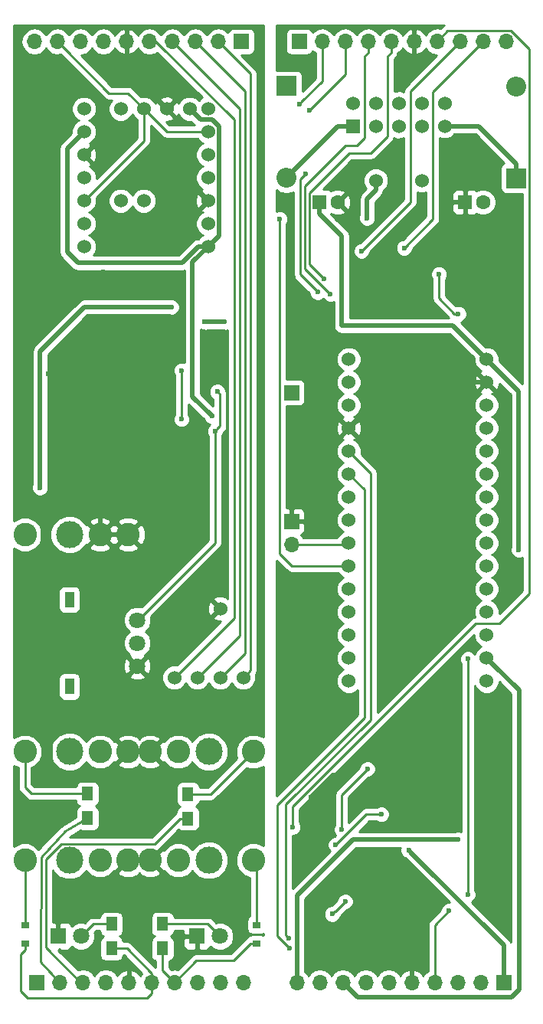
<source format=gbr>
G04 #@! TF.FileFunction,Copper,L2,Bot,Signal*
%FSLAX46Y46*%
G04 Gerber Fmt 4.6, Leading zero omitted, Abs format (unit mm)*
G04 Created by KiCad (PCBNEW 4.0.7-e2-6376~58~ubuntu16.04.1) date Mon Jan 22 07:15:01 2018*
%MOMM*%
%LPD*%
G01*
G04 APERTURE LIST*
%ADD10C,0.100000*%
%ADD11C,1.524000*%
%ADD12R,1.600000X1.600000*%
%ADD13C,1.600000*%
%ADD14R,2.200000X2.200000*%
%ADD15O,2.200000X2.200000*%
%ADD16R,1.800000X1.800000*%
%ADD17C,1.800000*%
%ADD18R,0.900000X0.800000*%
%ADD19R,1.700000X1.700000*%
%ADD20O,1.700000X1.700000*%
%ADD21C,3.000000*%
%ADD22C,2.600000*%
%ADD23R,1.524000X1.524000*%
%ADD24R,1.300000X1.500000*%
%ADD25R,1.100000X1.800000*%
%ADD26C,0.600000*%
%ADD27C,0.508000*%
%ADD28C,0.250000*%
%ADD29C,0.254000*%
G04 APERTURE END LIST*
D10*
D11*
X78530000Y-89020000D03*
X78530000Y-91560000D03*
X78530000Y-94100000D03*
X78530000Y-96640000D03*
X78530000Y-99180000D03*
X78530000Y-101720000D03*
X78530000Y-104260000D03*
X78530000Y-106800000D03*
X78530000Y-109340000D03*
X78530000Y-111880000D03*
X78530000Y-114420000D03*
X78530000Y-116960000D03*
X78530000Y-119500000D03*
X78530000Y-122040000D03*
X78530000Y-124580000D03*
X93770000Y-124580000D03*
X93770000Y-122040000D03*
X93770000Y-119500000D03*
X93770000Y-116960000D03*
X93770000Y-114420000D03*
X93770000Y-111880000D03*
X93770000Y-109340000D03*
X93770000Y-106800000D03*
X93770000Y-104260000D03*
X93770000Y-101720000D03*
X93770000Y-99180000D03*
X93770000Y-96640000D03*
X93770000Y-94100000D03*
X93770000Y-91560000D03*
X93770000Y-89020000D03*
D12*
X75300000Y-71650000D03*
D13*
X77300000Y-71650000D03*
D12*
X91400000Y-71650000D03*
D13*
X93400000Y-71650000D03*
D11*
X81510000Y-69250000D03*
X86590000Y-69250000D03*
D14*
X71650000Y-58800000D03*
D15*
X71650000Y-68960000D03*
D14*
X97050000Y-69000000D03*
D15*
X97050000Y-58840000D03*
D16*
X46400000Y-152800000D03*
D17*
X48940000Y-152800000D03*
D16*
X61750000Y-152800000D03*
D17*
X64290000Y-152800000D03*
D18*
X42750000Y-151550000D03*
X42750000Y-153650000D03*
X68350000Y-151550000D03*
X68350000Y-153650000D03*
D11*
X49254000Y-68950000D03*
X49254000Y-66410000D03*
X49254000Y-63870000D03*
X49254000Y-61330000D03*
X49254000Y-71490000D03*
X49254000Y-74030000D03*
X49254000Y-76570000D03*
X53318000Y-61330000D03*
X55858000Y-61330000D03*
X58398000Y-61330000D03*
X60938000Y-61330000D03*
X53318000Y-71490000D03*
X55858000Y-71490000D03*
X62970000Y-68950000D03*
X62970000Y-66410000D03*
X62970000Y-63870000D03*
X62970000Y-61330000D03*
X62970000Y-71490000D03*
X62970000Y-74030000D03*
X62970000Y-76570000D03*
D19*
X72200000Y-106950000D03*
D20*
X72200000Y-109490000D03*
D19*
X72200000Y-92700000D03*
D21*
X47650000Y-108400000D03*
D22*
X42730000Y-108400000D03*
X51030000Y-108400000D03*
X54130000Y-108400000D03*
D11*
X84050000Y-60730000D03*
X86590000Y-60730000D03*
X89130000Y-60730000D03*
X81510000Y-60730000D03*
X78970000Y-60730000D03*
D23*
X78970000Y-63270000D03*
D11*
X81510000Y-63270000D03*
X84050000Y-63270000D03*
X86590000Y-63270000D03*
X89130000Y-63270000D03*
D21*
X47650000Y-144400000D03*
D22*
X42730000Y-144400000D03*
X51030000Y-144400000D03*
X54130000Y-144400000D03*
D21*
X63050000Y-144400000D03*
D22*
X67970000Y-144400000D03*
X59670000Y-144400000D03*
X56570000Y-144400000D03*
D21*
X47650000Y-132400000D03*
D22*
X42730000Y-132400000D03*
X51030000Y-132400000D03*
X54130000Y-132400000D03*
D21*
X63050000Y-132400000D03*
D22*
X67970000Y-132400000D03*
X59670000Y-132400000D03*
X56570000Y-132400000D03*
D24*
X52300000Y-151450000D03*
X52300000Y-154150000D03*
X57950000Y-151450000D03*
X57950000Y-154150000D03*
X49650000Y-137050000D03*
X49650000Y-139750000D03*
X60750000Y-137100000D03*
X60750000Y-139800000D03*
D17*
X55150000Y-122940000D03*
X55150000Y-117860000D03*
D25*
X47650000Y-125200000D03*
X47650000Y-115600000D03*
D17*
X55150000Y-120400000D03*
D11*
X64320000Y-124210000D03*
X66860000Y-124210000D03*
X61780000Y-124210000D03*
X59240000Y-124210000D03*
X64320000Y-116590000D03*
D19*
X73050000Y-53900000D03*
D20*
X75590000Y-53900000D03*
X78130000Y-53900000D03*
X80670000Y-53900000D03*
X83210000Y-53900000D03*
X85750000Y-53900000D03*
X88290000Y-53900000D03*
X90830000Y-53900000D03*
X93370000Y-53900000D03*
X95910000Y-53900000D03*
D19*
X95650000Y-157900000D03*
D20*
X93110000Y-157900000D03*
X90570000Y-157900000D03*
X88030000Y-157900000D03*
X85490000Y-157900000D03*
X82950000Y-157900000D03*
X80410000Y-157900000D03*
X77870000Y-157900000D03*
X75330000Y-157900000D03*
X72790000Y-157900000D03*
D19*
X66650000Y-53900000D03*
D20*
X64110000Y-53900000D03*
X61570000Y-53900000D03*
X59030000Y-53900000D03*
X56490000Y-53900000D03*
X53950000Y-53900000D03*
X51410000Y-53900000D03*
X48870000Y-53900000D03*
X46330000Y-53900000D03*
X43790000Y-53900000D03*
D19*
X44050000Y-157900000D03*
D20*
X46590000Y-157900000D03*
X49130000Y-157900000D03*
X51670000Y-157900000D03*
X54210000Y-157900000D03*
X56750000Y-157900000D03*
X59290000Y-157900000D03*
X61830000Y-157900000D03*
X64370000Y-157900000D03*
X66910000Y-157900000D03*
D26*
X44400000Y-103200000D03*
X58950000Y-83250000D03*
X97300000Y-110100000D03*
X85150000Y-143300000D03*
X46310200Y-140752600D03*
X43020900Y-140333500D03*
X43706700Y-135710700D03*
X51517200Y-128801900D03*
X42754200Y-126122200D03*
X42830400Y-112101400D03*
X43300000Y-90549500D03*
X50933000Y-97852000D03*
X48062800Y-92505300D03*
X47999300Y-90613000D03*
X45294200Y-90587600D03*
X90145520Y-133244360D03*
X93056360Y-133274840D03*
X93086840Y-136155200D03*
X74338079Y-137445999D03*
X82563620Y-137884940D03*
X82507740Y-136180600D03*
X76863860Y-134979180D03*
X73550000Y-114778560D03*
X73457720Y-116815640D03*
X74676920Y-116815640D03*
X74684540Y-114750620D03*
X51400000Y-79350000D03*
X62600000Y-84900000D03*
X64800000Y-84900000D03*
X90600000Y-142100000D03*
X80550000Y-73400000D03*
X82124654Y-139320711D03*
X77100000Y-142700000D03*
X78150000Y-148950000D03*
X76700000Y-150350000D03*
X80600000Y-134300000D03*
X77750000Y-141000000D03*
X63750000Y-96950000D03*
X64000000Y-92600000D03*
X60050000Y-90250000D03*
X60050000Y-95650000D03*
X63400000Y-95300000D03*
X88525000Y-79600000D03*
X90650000Y-84000000D03*
X91700000Y-122150000D03*
X91700000Y-148200000D03*
X89600000Y-150000000D03*
X72341949Y-140741949D03*
X71900000Y-153000000D03*
X72000000Y-154150000D03*
X73075001Y-60775001D03*
X70900000Y-73500000D03*
X74150000Y-61500000D03*
X73750000Y-68500000D03*
X75100000Y-81600000D03*
X76450000Y-81800000D03*
X75800000Y-80150000D03*
X79950000Y-77050000D03*
X84650000Y-76700000D03*
D27*
X44400000Y-103200000D02*
X44400000Y-88150000D01*
X44400000Y-88150000D02*
X49300000Y-83250000D01*
X49300000Y-83250000D02*
X58950000Y-83250000D01*
X97300000Y-92550000D02*
X97300000Y-110100000D01*
X93770000Y-89020000D02*
X97300000Y-92550000D01*
X85449999Y-143599999D02*
X85150000Y-143300000D01*
X95650000Y-153800000D02*
X85449999Y-143599999D01*
X95650000Y-157900000D02*
X95650000Y-153800000D01*
X77750000Y-85300000D02*
X90050000Y-85300000D01*
X90050000Y-85300000D02*
X93770000Y-89020000D01*
X77750000Y-75408000D02*
X77750000Y-85300000D01*
X75300000Y-71650000D02*
X75300000Y-72958000D01*
X75300000Y-72958000D02*
X77750000Y-75408000D01*
X45535500Y-128801900D02*
X45535500Y-133881900D01*
X43440000Y-140752600D02*
X46310200Y-140752600D01*
X43020900Y-140333500D02*
X43440000Y-140752600D01*
X45535500Y-133881900D02*
X43706700Y-135710700D01*
X44700000Y-105850000D02*
X44700000Y-110224500D01*
X45433900Y-128801900D02*
X45535500Y-128801900D01*
X45535500Y-128801900D02*
X51517200Y-128801900D01*
X42754200Y-126122200D02*
X45433900Y-128801900D01*
X42830400Y-112094100D02*
X42830400Y-112101400D01*
X44700000Y-110224500D02*
X42830400Y-112094100D01*
X48113600Y-95032600D02*
X50933000Y-97852000D01*
X48113600Y-92556100D02*
X48113600Y-95032600D01*
X48062800Y-92505300D02*
X48113600Y-92556100D01*
X45319600Y-90613000D02*
X47999300Y-90613000D01*
X45294200Y-90587600D02*
X45319600Y-90613000D01*
X93056360Y-136124720D02*
X93056360Y-133274840D01*
X93086840Y-136155200D02*
X93056360Y-136124720D01*
X82563620Y-137884940D02*
X82563620Y-136236480D01*
X82507740Y-136180600D02*
X82563620Y-136236480D01*
X76804898Y-134979180D02*
X76863860Y-134979180D01*
X76804898Y-134979180D02*
X74338079Y-137445999D01*
X73457720Y-116815640D02*
X74676920Y-116815640D01*
X73577940Y-114750620D02*
X74684540Y-114750620D01*
X73577940Y-114750620D02*
X73550000Y-114778560D01*
X51030000Y-108400000D02*
X51030000Y-106530000D01*
X43300000Y-104450000D02*
X43300000Y-90549500D01*
X44700000Y-105850000D02*
X43300000Y-104450000D01*
X50350000Y-105850000D02*
X44700000Y-105850000D01*
X51030000Y-106530000D02*
X50350000Y-105850000D01*
X43300000Y-90549500D02*
X43300000Y-87450000D01*
X43300000Y-87450000D02*
X51400000Y-79350000D01*
X78530000Y-96640000D02*
X83610000Y-91560000D01*
X83610000Y-91560000D02*
X93770000Y-91560000D01*
X51030000Y-108400000D02*
X54130000Y-108400000D01*
D28*
X58398000Y-61330000D02*
X58398000Y-61198000D01*
D27*
X64800000Y-84900000D02*
X62600000Y-84900000D01*
X79000000Y-142100000D02*
X90600000Y-142100000D01*
X72790000Y-148310000D02*
X79000000Y-142100000D01*
X72790000Y-157900000D02*
X72790000Y-148310000D01*
X80550000Y-71287630D02*
X80550000Y-73400000D01*
X81510000Y-69250000D02*
X81510000Y-70327630D01*
X81510000Y-70327630D02*
X80550000Y-71287630D01*
D28*
X81700390Y-139320711D02*
X82124654Y-139320711D01*
X80479289Y-139320711D02*
X81700390Y-139320711D01*
X77100000Y-142700000D02*
X80479289Y-139320711D01*
X77049999Y-150050001D02*
X78150000Y-148950000D01*
X76700000Y-150350000D02*
X76999999Y-150050001D01*
X76999999Y-150050001D02*
X77049999Y-150050001D01*
X77750000Y-137150000D02*
X80600000Y-134300000D01*
X77750000Y-141000000D02*
X77750000Y-137150000D01*
X64049999Y-96650001D02*
X63750000Y-96950000D01*
X64299999Y-96400001D02*
X64049999Y-96650001D01*
X64299999Y-92899999D02*
X64299999Y-96400001D01*
X64000000Y-92600000D02*
X64299999Y-92899999D01*
X55200000Y-117860000D02*
X63750000Y-109310000D01*
X63750000Y-109310000D02*
X63750000Y-96950000D01*
X60050000Y-95225736D02*
X60050000Y-90250000D01*
X60050000Y-95650000D02*
X60050000Y-95225736D01*
X72200000Y-109490000D02*
X78380000Y-109490000D01*
X78380000Y-109490000D02*
X78530000Y-109340000D01*
D27*
X77870000Y-157900000D02*
X79520000Y-159550000D01*
X79520000Y-159550000D02*
X96517202Y-159550000D01*
X96517202Y-159550000D02*
X97350000Y-158717202D01*
X97350000Y-158717202D02*
X97350000Y-125620000D01*
X97350000Y-125620000D02*
X94531999Y-122801999D01*
X94531999Y-122801999D02*
X93770000Y-122040000D01*
X49254000Y-63870000D02*
X47400000Y-65724000D01*
X48600000Y-78350000D02*
X60112370Y-78350000D01*
X47400000Y-65724000D02*
X47400000Y-77150000D01*
X47400000Y-77150000D02*
X48600000Y-78350000D01*
X60112370Y-78350000D02*
X61892370Y-76570000D01*
X61892370Y-76570000D02*
X62970000Y-76570000D01*
X61250000Y-93150000D02*
X61250000Y-78290000D01*
X61250000Y-78290000D02*
X62970000Y-76570000D01*
X63400000Y-95300000D02*
X61250000Y-93150000D01*
X62970000Y-76570000D02*
X64186001Y-75353999D01*
X64186001Y-75353999D02*
X64186001Y-63286319D01*
X64186001Y-63286319D02*
X63445683Y-62546001D01*
X63445683Y-62546001D02*
X62154001Y-62546001D01*
X62154001Y-62546001D02*
X61699999Y-62091999D01*
X61699999Y-62091999D02*
X60938000Y-61330000D01*
X78970000Y-63270000D02*
X77340000Y-63270000D01*
X77340000Y-63270000D02*
X71650000Y-68960000D01*
X89130000Y-63270000D02*
X92928000Y-63270000D01*
X92928000Y-63270000D02*
X97050000Y-67392000D01*
X97050000Y-67392000D02*
X97050000Y-69000000D01*
D28*
X48940000Y-152800000D02*
X50290000Y-151450000D01*
X50290000Y-151450000D02*
X52300000Y-151450000D01*
X57950000Y-151450000D02*
X62940000Y-151450000D01*
X62940000Y-151450000D02*
X64290000Y-152800000D01*
X42750000Y-151550000D02*
X42750000Y-144420000D01*
X42750000Y-144420000D02*
X42730000Y-144400000D01*
X68350000Y-151550000D02*
X68350000Y-144780000D01*
X68350000Y-144780000D02*
X67970000Y-144400000D01*
X42730000Y-132400000D02*
X42730000Y-136320300D01*
X42730000Y-136320300D02*
X43459700Y-137050000D01*
X43459700Y-137050000D02*
X48750000Y-137050000D01*
X48750000Y-137050000D02*
X49650000Y-137050000D01*
X60750000Y-137100000D02*
X63270000Y-137100000D01*
X63270000Y-137100000D02*
X67970000Y-132400000D01*
X88500000Y-82274264D02*
X88500000Y-79625000D01*
X88500000Y-79625000D02*
X88525000Y-79600000D01*
X90650000Y-84000000D02*
X90225736Y-84000000D01*
X90225736Y-84000000D02*
X88500000Y-82274264D01*
X91700000Y-147775736D02*
X91700000Y-122150000D01*
X91700000Y-148200000D02*
X91700000Y-147775736D01*
X88030000Y-151570000D02*
X89600000Y-150000000D01*
X88030000Y-157900000D02*
X88030000Y-151570000D01*
X72350000Y-140733898D02*
X72341949Y-140741949D01*
X88290000Y-53900000D02*
X89465001Y-52724999D01*
X89465001Y-52724999D02*
X96474001Y-52724999D01*
X96474001Y-52724999D02*
X98475001Y-54725999D01*
X92550000Y-118250000D02*
X72350000Y-138450000D01*
X98475001Y-54725999D02*
X98475001Y-114924999D01*
X98475001Y-114924999D02*
X95150000Y-118250000D01*
X95150000Y-118250000D02*
X92550000Y-118250000D01*
X72350000Y-138450000D02*
X72350000Y-140733898D01*
X78530000Y-99180000D02*
X80950000Y-101600000D01*
X80950000Y-101600000D02*
X80950000Y-128850000D01*
X80950000Y-128850000D02*
X71600001Y-138199999D01*
X71600001Y-138199999D02*
X71600001Y-152700001D01*
X71600001Y-152700001D02*
X71900000Y-153000000D01*
X78530000Y-101720000D02*
X80250000Y-103440000D01*
X80250000Y-103440000D02*
X80250000Y-128650000D01*
X80250000Y-128650000D02*
X70649991Y-138250009D01*
X70649991Y-138250009D02*
X70649991Y-152799991D01*
X70649991Y-152799991D02*
X71700001Y-153850001D01*
X71700001Y-153850001D02*
X72000000Y-154150000D01*
X70900000Y-73500000D02*
X70900000Y-110550000D01*
X70900000Y-110550000D02*
X72230000Y-111880000D01*
X72230000Y-111880000D02*
X77452370Y-111880000D01*
X77452370Y-111880000D02*
X78530000Y-111880000D01*
X73375000Y-60475000D02*
X75590000Y-58260000D01*
X75590000Y-58260000D02*
X75590000Y-57645002D01*
X73075001Y-60775001D02*
X73375000Y-60475000D01*
X75590000Y-53900000D02*
X75590000Y-57645002D01*
X74150000Y-61500000D02*
X78130000Y-57520000D01*
X78130000Y-57520000D02*
X78130000Y-53900000D01*
X73149980Y-69100020D02*
X73750000Y-68500000D01*
X73149980Y-79649980D02*
X73149980Y-69100020D01*
X75100000Y-81600000D02*
X73149980Y-79649980D01*
X76450000Y-81800000D02*
X73699989Y-79049989D01*
X73699989Y-79049989D02*
X73699989Y-69850011D01*
X73699989Y-69850011D02*
X78150011Y-65399989D01*
X78150011Y-65399989D02*
X79400011Y-65399989D01*
X79400011Y-65399989D02*
X80300000Y-64500000D01*
X80300000Y-64500000D02*
X80300000Y-55472081D01*
X80300000Y-55472081D02*
X80670000Y-55102081D01*
X80670000Y-55102081D02*
X80670000Y-53900000D01*
X75800000Y-80150000D02*
X74150000Y-78500000D01*
X74150000Y-78500000D02*
X74150000Y-70650000D01*
X74150000Y-70650000D02*
X78550000Y-66250000D01*
X78550000Y-66250000D02*
X80950000Y-66250000D01*
X80950000Y-66250000D02*
X82800000Y-64400000D01*
X82800000Y-64400000D02*
X82800000Y-55512081D01*
X82800000Y-55512081D02*
X83210000Y-55102081D01*
X83210000Y-55102081D02*
X83210000Y-53900000D01*
X56750000Y-157900000D02*
X56750000Y-156900000D01*
X56750000Y-156900000D02*
X54000000Y-154150000D01*
X54000000Y-154150000D02*
X52300000Y-154150000D01*
X56750000Y-157900000D02*
X56750000Y-159102081D01*
X56750000Y-159102081D02*
X56202081Y-159650000D01*
X56202081Y-159650000D02*
X43000000Y-159650000D01*
X43000000Y-159650000D02*
X42250000Y-158900000D01*
X42250000Y-158900000D02*
X42250000Y-154800000D01*
X42250000Y-154800000D02*
X42750000Y-154300000D01*
X42750000Y-154300000D02*
X42750000Y-153650000D01*
X59290000Y-157900000D02*
X57950000Y-156560000D01*
X57950000Y-156560000D02*
X57950000Y-154150000D01*
X61690000Y-155500000D02*
X65800000Y-155500000D01*
X65800000Y-155500000D02*
X67650000Y-153650000D01*
X67650000Y-153650000D02*
X68350000Y-153650000D01*
X59290000Y-157900000D02*
X61690000Y-155500000D01*
X66860000Y-124210000D02*
X66860000Y-124190000D01*
X67650000Y-57440000D02*
X64110000Y-53900000D01*
X66860000Y-124190000D02*
X67650000Y-123400000D01*
X67650000Y-123400000D02*
X67650000Y-57440000D01*
X64320000Y-124210000D02*
X67050000Y-121480000D01*
X67050000Y-121480000D02*
X67050000Y-59380000D01*
X67050000Y-59380000D02*
X61570000Y-53900000D01*
X66450000Y-119540000D02*
X66450000Y-61320000D01*
X66450000Y-61320000D02*
X59030000Y-53900000D01*
X61780000Y-124210000D02*
X66450000Y-119540000D01*
X59240000Y-124210000D02*
X65850000Y-117600000D01*
X65850000Y-117600000D02*
X65850000Y-62550000D01*
X65850000Y-62550000D02*
X57200000Y-53900000D01*
X57200000Y-53900000D02*
X56490000Y-53900000D01*
X44507851Y-144010284D02*
X47205600Y-141203400D01*
X47205600Y-141203400D02*
X49650000Y-139750000D01*
X46590000Y-157900000D02*
X44502251Y-155626886D01*
X44502251Y-155626886D02*
X44507851Y-144010284D01*
X60750000Y-139800000D02*
X59850000Y-139800000D01*
X59850000Y-139800000D02*
X57075001Y-142574999D01*
X57075001Y-142574999D02*
X46773999Y-142574999D01*
X46773999Y-142574999D02*
X45024999Y-144323999D01*
X45024999Y-144323999D02*
X45024999Y-154024999D01*
X45024999Y-154024999D02*
X48900000Y-157900000D01*
X48900000Y-157900000D02*
X49130000Y-157900000D01*
X90830000Y-53900000D02*
X85350000Y-59380000D01*
X85350000Y-59380000D02*
X85350000Y-71650000D01*
X85350000Y-71650000D02*
X79950000Y-77050000D01*
X84650000Y-76700000D02*
X87850000Y-73500000D01*
X87850000Y-73500000D02*
X87850000Y-59420000D01*
X87850000Y-59420000D02*
X92520001Y-54749999D01*
X92520001Y-54749999D02*
X93370000Y-53900000D01*
X55858000Y-61330000D02*
X54128000Y-59600000D01*
X54128000Y-59600000D02*
X52030000Y-59600000D01*
X52030000Y-59600000D02*
X47179999Y-54749999D01*
X47179999Y-54749999D02*
X46330000Y-53900000D01*
X55858000Y-61330000D02*
X58398000Y-63870000D01*
X58398000Y-63870000D02*
X62970000Y-63870000D01*
X49254000Y-71490000D02*
X55858000Y-64886000D01*
X55858000Y-64886000D02*
X55858000Y-61330000D01*
D29*
G36*
X51046838Y-152435317D02*
X51185910Y-152651441D01*
X51398110Y-152796431D01*
X51411197Y-152799081D01*
X51198559Y-152935910D01*
X51053569Y-153148110D01*
X51002560Y-153400000D01*
X51002560Y-154900000D01*
X51046838Y-155135317D01*
X51185910Y-155351441D01*
X51398110Y-155496431D01*
X51650000Y-155547440D01*
X52950000Y-155547440D01*
X53185317Y-155503162D01*
X53401441Y-155364090D01*
X53546431Y-155151890D01*
X53595415Y-154910000D01*
X53685198Y-154910000D01*
X55658332Y-156883134D01*
X55472298Y-157161553D01*
X55405183Y-157018642D01*
X54976924Y-156628355D01*
X54566890Y-156458524D01*
X54337000Y-156579845D01*
X54337000Y-157773000D01*
X54357000Y-157773000D01*
X54357000Y-158027000D01*
X54337000Y-158027000D01*
X54337000Y-158047000D01*
X54083000Y-158047000D01*
X54083000Y-158027000D01*
X54063000Y-158027000D01*
X54063000Y-157773000D01*
X54083000Y-157773000D01*
X54083000Y-156579845D01*
X53853110Y-156458524D01*
X53443076Y-156628355D01*
X53014817Y-157018642D01*
X52947702Y-157161553D01*
X52720054Y-156820853D01*
X52238285Y-156498946D01*
X51670000Y-156385907D01*
X51101715Y-156498946D01*
X50619946Y-156820853D01*
X50400000Y-157150026D01*
X50180054Y-156820853D01*
X49698285Y-156498946D01*
X49130000Y-156385907D01*
X48571752Y-156496950D01*
X46409802Y-154335000D01*
X46527002Y-154335000D01*
X46527002Y-154176252D01*
X46685750Y-154335000D01*
X47426309Y-154335000D01*
X47659698Y-154238327D01*
X47838327Y-154059699D01*
X47894119Y-153925006D01*
X48069357Y-154100551D01*
X48633330Y-154334733D01*
X49243991Y-154335265D01*
X49808371Y-154102068D01*
X50240551Y-153670643D01*
X50474733Y-153106670D01*
X50475265Y-152496009D01*
X50429515Y-152385287D01*
X50604802Y-152210000D01*
X51004442Y-152210000D01*
X51046838Y-152435317D01*
X51046838Y-152435317D01*
G37*
X51046838Y-152435317D02*
X51185910Y-152651441D01*
X51398110Y-152796431D01*
X51411197Y-152799081D01*
X51198559Y-152935910D01*
X51053569Y-153148110D01*
X51002560Y-153400000D01*
X51002560Y-154900000D01*
X51046838Y-155135317D01*
X51185910Y-155351441D01*
X51398110Y-155496431D01*
X51650000Y-155547440D01*
X52950000Y-155547440D01*
X53185317Y-155503162D01*
X53401441Y-155364090D01*
X53546431Y-155151890D01*
X53595415Y-154910000D01*
X53685198Y-154910000D01*
X55658332Y-156883134D01*
X55472298Y-157161553D01*
X55405183Y-157018642D01*
X54976924Y-156628355D01*
X54566890Y-156458524D01*
X54337000Y-156579845D01*
X54337000Y-157773000D01*
X54357000Y-157773000D01*
X54357000Y-158027000D01*
X54337000Y-158027000D01*
X54337000Y-158047000D01*
X54083000Y-158047000D01*
X54083000Y-158027000D01*
X54063000Y-158027000D01*
X54063000Y-157773000D01*
X54083000Y-157773000D01*
X54083000Y-156579845D01*
X53853110Y-156458524D01*
X53443076Y-156628355D01*
X53014817Y-157018642D01*
X52947702Y-157161553D01*
X52720054Y-156820853D01*
X52238285Y-156498946D01*
X51670000Y-156385907D01*
X51101715Y-156498946D01*
X50619946Y-156820853D01*
X50400000Y-157150026D01*
X50180054Y-156820853D01*
X49698285Y-156498946D01*
X49130000Y-156385907D01*
X48571752Y-156496950D01*
X46409802Y-154335000D01*
X46527002Y-154335000D01*
X46527002Y-154176252D01*
X46685750Y-154335000D01*
X47426309Y-154335000D01*
X47659698Y-154238327D01*
X47838327Y-154059699D01*
X47894119Y-153925006D01*
X48069357Y-154100551D01*
X48633330Y-154334733D01*
X49243991Y-154335265D01*
X49808371Y-154102068D01*
X50240551Y-153670643D01*
X50474733Y-153106670D01*
X50475265Y-152496009D01*
X50429515Y-152385287D01*
X50604802Y-152210000D01*
X51004442Y-152210000D01*
X51046838Y-152435317D01*
G36*
X69068600Y-142761624D02*
X69067521Y-142760543D01*
X68356584Y-142465337D01*
X67586793Y-142464665D01*
X66875342Y-142758630D01*
X66330543Y-143302479D01*
X66035337Y-144013416D01*
X66034665Y-144783207D01*
X66328630Y-145494658D01*
X66872479Y-146039457D01*
X67583416Y-146334663D01*
X67590000Y-146334669D01*
X67590000Y-150594895D01*
X67448559Y-150685910D01*
X67303569Y-150898110D01*
X67252560Y-151150000D01*
X67252560Y-151950000D01*
X67296838Y-152185317D01*
X67435910Y-152401441D01*
X67648110Y-152546431D01*
X67900000Y-152597440D01*
X68800000Y-152597440D01*
X69035317Y-152553162D01*
X69068600Y-152531745D01*
X69068600Y-152664986D01*
X69051890Y-152653569D01*
X68800000Y-152602560D01*
X67900000Y-152602560D01*
X67664683Y-152646838D01*
X67448559Y-152785910D01*
X67320055Y-152973982D01*
X67112599Y-153112599D01*
X65485198Y-154740000D01*
X61690000Y-154740000D01*
X61399161Y-154797852D01*
X61152599Y-154962599D01*
X59656408Y-156458790D01*
X59290000Y-156385907D01*
X58923592Y-156458790D01*
X58710000Y-156245198D01*
X58710000Y-155526742D01*
X58835317Y-155503162D01*
X59051441Y-155364090D01*
X59196431Y-155151890D01*
X59247440Y-154900000D01*
X59247440Y-153400000D01*
X59203162Y-153164683D01*
X59152371Y-153085750D01*
X60215000Y-153085750D01*
X60215000Y-153826310D01*
X60311673Y-154059699D01*
X60490302Y-154238327D01*
X60723691Y-154335000D01*
X61464250Y-154335000D01*
X61623000Y-154176250D01*
X61623000Y-152927000D01*
X60373750Y-152927000D01*
X60215000Y-153085750D01*
X59152371Y-153085750D01*
X59064090Y-152948559D01*
X58851890Y-152803569D01*
X58838803Y-152800919D01*
X59051441Y-152664090D01*
X59196431Y-152451890D01*
X59245415Y-152210000D01*
X60215000Y-152210000D01*
X60215000Y-152514250D01*
X60373750Y-152673000D01*
X61623000Y-152673000D01*
X61623000Y-152653000D01*
X61877000Y-152653000D01*
X61877000Y-152673000D01*
X61897000Y-152673000D01*
X61897000Y-152927000D01*
X61877000Y-152927000D01*
X61877000Y-154176250D01*
X62035750Y-154335000D01*
X62776309Y-154335000D01*
X63009698Y-154238327D01*
X63188327Y-154059699D01*
X63244119Y-153925006D01*
X63419357Y-154100551D01*
X63983330Y-154334733D01*
X64593991Y-154335265D01*
X65158371Y-154102068D01*
X65590551Y-153670643D01*
X65824733Y-153106670D01*
X65825265Y-152496009D01*
X65592068Y-151931629D01*
X65160643Y-151499449D01*
X64596670Y-151265267D01*
X63986009Y-151264735D01*
X63875287Y-151310485D01*
X63477401Y-150912599D01*
X63230839Y-150747852D01*
X62940000Y-150690000D01*
X59245558Y-150690000D01*
X59203162Y-150464683D01*
X59064090Y-150248559D01*
X58851890Y-150103569D01*
X58600000Y-150052560D01*
X57300000Y-150052560D01*
X57064683Y-150096838D01*
X56848559Y-150235910D01*
X56703569Y-150448110D01*
X56652560Y-150700000D01*
X56652560Y-152200000D01*
X56696838Y-152435317D01*
X56835910Y-152651441D01*
X57048110Y-152796431D01*
X57061197Y-152799081D01*
X56848559Y-152935910D01*
X56703569Y-153148110D01*
X56652560Y-153400000D01*
X56652560Y-154900000D01*
X56696838Y-155135317D01*
X56835910Y-155351441D01*
X57048110Y-155496431D01*
X57190000Y-155525164D01*
X57190000Y-156265198D01*
X54537401Y-153612599D01*
X54290839Y-153447852D01*
X54000000Y-153390000D01*
X53595558Y-153390000D01*
X53553162Y-153164683D01*
X53414090Y-152948559D01*
X53201890Y-152803569D01*
X53188803Y-152800919D01*
X53401441Y-152664090D01*
X53546431Y-152451890D01*
X53597440Y-152200000D01*
X53597440Y-150700000D01*
X53553162Y-150464683D01*
X53414090Y-150248559D01*
X53201890Y-150103569D01*
X52950000Y-150052560D01*
X51650000Y-150052560D01*
X51414683Y-150096838D01*
X51198559Y-150235910D01*
X51053569Y-150448110D01*
X51004585Y-150690000D01*
X50290000Y-150690000D01*
X49999160Y-150747852D01*
X49752599Y-150912599D01*
X49354964Y-151310234D01*
X49246670Y-151265267D01*
X48636009Y-151264735D01*
X48071629Y-151497932D01*
X47894159Y-151675092D01*
X47838327Y-151540301D01*
X47659698Y-151361673D01*
X47426309Y-151265000D01*
X46685750Y-151265000D01*
X46527000Y-151423750D01*
X46527000Y-152673000D01*
X46547000Y-152673000D01*
X46547000Y-152927000D01*
X46527000Y-152927000D01*
X46527000Y-152947000D01*
X46273000Y-152947000D01*
X46273000Y-152927000D01*
X46253000Y-152927000D01*
X46253000Y-152673000D01*
X46273000Y-152673000D01*
X46273000Y-151423750D01*
X46114250Y-151265000D01*
X45784999Y-151265000D01*
X45784999Y-145477156D01*
X45838980Y-145607800D01*
X46439041Y-146208909D01*
X47223459Y-146534628D01*
X48072815Y-146535370D01*
X48857800Y-146211020D01*
X49458909Y-145610959D01*
X49472369Y-145578543D01*
X49932479Y-146039457D01*
X50643416Y-146334663D01*
X51413207Y-146335335D01*
X52124658Y-146041370D01*
X52634372Y-145532545D01*
X52760541Y-145589854D01*
X53950395Y-144400000D01*
X53936253Y-144385858D01*
X54115858Y-144206253D01*
X54130000Y-144220395D01*
X54144143Y-144206253D01*
X54323748Y-144385858D01*
X54309605Y-144400000D01*
X54323748Y-144414143D01*
X54144143Y-144593748D01*
X54130000Y-144579605D01*
X52940146Y-145769459D01*
X53075504Y-146067455D01*
X53793880Y-146344066D01*
X54563427Y-146324710D01*
X55184496Y-146067455D01*
X55269673Y-145879935D01*
X55350000Y-145799608D01*
X55430327Y-145879935D01*
X55515504Y-146067455D01*
X56233880Y-146344066D01*
X57003427Y-146324710D01*
X57624496Y-146067455D01*
X57759854Y-145769459D01*
X56570000Y-144579605D01*
X56555858Y-144593748D01*
X56376253Y-144414143D01*
X56390395Y-144400000D01*
X56749605Y-144400000D01*
X57939459Y-145589854D01*
X58066194Y-145532288D01*
X58572479Y-146039457D01*
X59283416Y-146334663D01*
X60053207Y-146335335D01*
X60764658Y-146041370D01*
X61227301Y-145579534D01*
X61238980Y-145607800D01*
X61839041Y-146208909D01*
X62623459Y-146534628D01*
X63472815Y-146535370D01*
X64257800Y-146211020D01*
X64858909Y-145610959D01*
X65184628Y-144826541D01*
X65185370Y-143977185D01*
X64861020Y-143192200D01*
X64260959Y-142591091D01*
X63476541Y-142265372D01*
X62627185Y-142264630D01*
X61842200Y-142588980D01*
X61241091Y-143189041D01*
X61227631Y-143221457D01*
X60767521Y-142760543D01*
X60056584Y-142465337D01*
X59286793Y-142464665D01*
X58575342Y-142758630D01*
X58065628Y-143267455D01*
X57939459Y-143210146D01*
X56749605Y-144400000D01*
X56390395Y-144400000D01*
X56376253Y-144385858D01*
X56555858Y-144206253D01*
X56570000Y-144220395D01*
X57759854Y-143030541D01*
X57739366Y-142985436D01*
X59687863Y-141036939D01*
X59848110Y-141146431D01*
X60100000Y-141197440D01*
X61400000Y-141197440D01*
X61635317Y-141153162D01*
X61851441Y-141014090D01*
X61996431Y-140801890D01*
X62047440Y-140550000D01*
X62047440Y-139050000D01*
X62003162Y-138814683D01*
X61864090Y-138598559D01*
X61651890Y-138453569D01*
X61638803Y-138450919D01*
X61851441Y-138314090D01*
X61996431Y-138101890D01*
X62045415Y-137860000D01*
X63270000Y-137860000D01*
X63560839Y-137802148D01*
X63807401Y-137637401D01*
X67249000Y-134195802D01*
X67583416Y-134334663D01*
X68353207Y-134335335D01*
X69064658Y-134041370D01*
X69068600Y-134037435D01*
X69068600Y-142761624D01*
X69068600Y-142761624D01*
G37*
X69068600Y-142761624D02*
X69067521Y-142760543D01*
X68356584Y-142465337D01*
X67586793Y-142464665D01*
X66875342Y-142758630D01*
X66330543Y-143302479D01*
X66035337Y-144013416D01*
X66034665Y-144783207D01*
X66328630Y-145494658D01*
X66872479Y-146039457D01*
X67583416Y-146334663D01*
X67590000Y-146334669D01*
X67590000Y-150594895D01*
X67448559Y-150685910D01*
X67303569Y-150898110D01*
X67252560Y-151150000D01*
X67252560Y-151950000D01*
X67296838Y-152185317D01*
X67435910Y-152401441D01*
X67648110Y-152546431D01*
X67900000Y-152597440D01*
X68800000Y-152597440D01*
X69035317Y-152553162D01*
X69068600Y-152531745D01*
X69068600Y-152664986D01*
X69051890Y-152653569D01*
X68800000Y-152602560D01*
X67900000Y-152602560D01*
X67664683Y-152646838D01*
X67448559Y-152785910D01*
X67320055Y-152973982D01*
X67112599Y-153112599D01*
X65485198Y-154740000D01*
X61690000Y-154740000D01*
X61399161Y-154797852D01*
X61152599Y-154962599D01*
X59656408Y-156458790D01*
X59290000Y-156385907D01*
X58923592Y-156458790D01*
X58710000Y-156245198D01*
X58710000Y-155526742D01*
X58835317Y-155503162D01*
X59051441Y-155364090D01*
X59196431Y-155151890D01*
X59247440Y-154900000D01*
X59247440Y-153400000D01*
X59203162Y-153164683D01*
X59152371Y-153085750D01*
X60215000Y-153085750D01*
X60215000Y-153826310D01*
X60311673Y-154059699D01*
X60490302Y-154238327D01*
X60723691Y-154335000D01*
X61464250Y-154335000D01*
X61623000Y-154176250D01*
X61623000Y-152927000D01*
X60373750Y-152927000D01*
X60215000Y-153085750D01*
X59152371Y-153085750D01*
X59064090Y-152948559D01*
X58851890Y-152803569D01*
X58838803Y-152800919D01*
X59051441Y-152664090D01*
X59196431Y-152451890D01*
X59245415Y-152210000D01*
X60215000Y-152210000D01*
X60215000Y-152514250D01*
X60373750Y-152673000D01*
X61623000Y-152673000D01*
X61623000Y-152653000D01*
X61877000Y-152653000D01*
X61877000Y-152673000D01*
X61897000Y-152673000D01*
X61897000Y-152927000D01*
X61877000Y-152927000D01*
X61877000Y-154176250D01*
X62035750Y-154335000D01*
X62776309Y-154335000D01*
X63009698Y-154238327D01*
X63188327Y-154059699D01*
X63244119Y-153925006D01*
X63419357Y-154100551D01*
X63983330Y-154334733D01*
X64593991Y-154335265D01*
X65158371Y-154102068D01*
X65590551Y-153670643D01*
X65824733Y-153106670D01*
X65825265Y-152496009D01*
X65592068Y-151931629D01*
X65160643Y-151499449D01*
X64596670Y-151265267D01*
X63986009Y-151264735D01*
X63875287Y-151310485D01*
X63477401Y-150912599D01*
X63230839Y-150747852D01*
X62940000Y-150690000D01*
X59245558Y-150690000D01*
X59203162Y-150464683D01*
X59064090Y-150248559D01*
X58851890Y-150103569D01*
X58600000Y-150052560D01*
X57300000Y-150052560D01*
X57064683Y-150096838D01*
X56848559Y-150235910D01*
X56703569Y-150448110D01*
X56652560Y-150700000D01*
X56652560Y-152200000D01*
X56696838Y-152435317D01*
X56835910Y-152651441D01*
X57048110Y-152796431D01*
X57061197Y-152799081D01*
X56848559Y-152935910D01*
X56703569Y-153148110D01*
X56652560Y-153400000D01*
X56652560Y-154900000D01*
X56696838Y-155135317D01*
X56835910Y-155351441D01*
X57048110Y-155496431D01*
X57190000Y-155525164D01*
X57190000Y-156265198D01*
X54537401Y-153612599D01*
X54290839Y-153447852D01*
X54000000Y-153390000D01*
X53595558Y-153390000D01*
X53553162Y-153164683D01*
X53414090Y-152948559D01*
X53201890Y-152803569D01*
X53188803Y-152800919D01*
X53401441Y-152664090D01*
X53546431Y-152451890D01*
X53597440Y-152200000D01*
X53597440Y-150700000D01*
X53553162Y-150464683D01*
X53414090Y-150248559D01*
X53201890Y-150103569D01*
X52950000Y-150052560D01*
X51650000Y-150052560D01*
X51414683Y-150096838D01*
X51198559Y-150235910D01*
X51053569Y-150448110D01*
X51004585Y-150690000D01*
X50290000Y-150690000D01*
X49999160Y-150747852D01*
X49752599Y-150912599D01*
X49354964Y-151310234D01*
X49246670Y-151265267D01*
X48636009Y-151264735D01*
X48071629Y-151497932D01*
X47894159Y-151675092D01*
X47838327Y-151540301D01*
X47659698Y-151361673D01*
X47426309Y-151265000D01*
X46685750Y-151265000D01*
X46527000Y-151423750D01*
X46527000Y-152673000D01*
X46547000Y-152673000D01*
X46547000Y-152927000D01*
X46527000Y-152927000D01*
X46527000Y-152947000D01*
X46273000Y-152947000D01*
X46273000Y-152927000D01*
X46253000Y-152927000D01*
X46253000Y-152673000D01*
X46273000Y-152673000D01*
X46273000Y-151423750D01*
X46114250Y-151265000D01*
X45784999Y-151265000D01*
X45784999Y-145477156D01*
X45838980Y-145607800D01*
X46439041Y-146208909D01*
X47223459Y-146534628D01*
X48072815Y-146535370D01*
X48857800Y-146211020D01*
X49458909Y-145610959D01*
X49472369Y-145578543D01*
X49932479Y-146039457D01*
X50643416Y-146334663D01*
X51413207Y-146335335D01*
X52124658Y-146041370D01*
X52634372Y-145532545D01*
X52760541Y-145589854D01*
X53950395Y-144400000D01*
X53936253Y-144385858D01*
X54115858Y-144206253D01*
X54130000Y-144220395D01*
X54144143Y-144206253D01*
X54323748Y-144385858D01*
X54309605Y-144400000D01*
X54323748Y-144414143D01*
X54144143Y-144593748D01*
X54130000Y-144579605D01*
X52940146Y-145769459D01*
X53075504Y-146067455D01*
X53793880Y-146344066D01*
X54563427Y-146324710D01*
X55184496Y-146067455D01*
X55269673Y-145879935D01*
X55350000Y-145799608D01*
X55430327Y-145879935D01*
X55515504Y-146067455D01*
X56233880Y-146344066D01*
X57003427Y-146324710D01*
X57624496Y-146067455D01*
X57759854Y-145769459D01*
X56570000Y-144579605D01*
X56555858Y-144593748D01*
X56376253Y-144414143D01*
X56390395Y-144400000D01*
X56749605Y-144400000D01*
X57939459Y-145589854D01*
X58066194Y-145532288D01*
X58572479Y-146039457D01*
X59283416Y-146334663D01*
X60053207Y-146335335D01*
X60764658Y-146041370D01*
X61227301Y-145579534D01*
X61238980Y-145607800D01*
X61839041Y-146208909D01*
X62623459Y-146534628D01*
X63472815Y-146535370D01*
X64257800Y-146211020D01*
X64858909Y-145610959D01*
X65184628Y-144826541D01*
X65185370Y-143977185D01*
X64861020Y-143192200D01*
X64260959Y-142591091D01*
X63476541Y-142265372D01*
X62627185Y-142264630D01*
X61842200Y-142588980D01*
X61241091Y-143189041D01*
X61227631Y-143221457D01*
X60767521Y-142760543D01*
X60056584Y-142465337D01*
X59286793Y-142464665D01*
X58575342Y-142758630D01*
X58065628Y-143267455D01*
X57939459Y-143210146D01*
X56749605Y-144400000D01*
X56390395Y-144400000D01*
X56376253Y-144385858D01*
X56555858Y-144206253D01*
X56570000Y-144220395D01*
X57759854Y-143030541D01*
X57739366Y-142985436D01*
X59687863Y-141036939D01*
X59848110Y-141146431D01*
X60100000Y-141197440D01*
X61400000Y-141197440D01*
X61635317Y-141153162D01*
X61851441Y-141014090D01*
X61996431Y-140801890D01*
X62047440Y-140550000D01*
X62047440Y-139050000D01*
X62003162Y-138814683D01*
X61864090Y-138598559D01*
X61651890Y-138453569D01*
X61638803Y-138450919D01*
X61851441Y-138314090D01*
X61996431Y-138101890D01*
X62045415Y-137860000D01*
X63270000Y-137860000D01*
X63560839Y-137802148D01*
X63807401Y-137637401D01*
X67249000Y-134195802D01*
X67583416Y-134334663D01*
X68353207Y-134335335D01*
X69064658Y-134041370D01*
X69068600Y-134037435D01*
X69068600Y-142761624D01*
G36*
X41632479Y-134039457D02*
X41970000Y-134179608D01*
X41970000Y-136320300D01*
X42027852Y-136611139D01*
X42192599Y-136857701D01*
X42922299Y-137587401D01*
X43168861Y-137752148D01*
X43459700Y-137810000D01*
X48354442Y-137810000D01*
X48396838Y-138035317D01*
X48535910Y-138251441D01*
X48748110Y-138396431D01*
X48761197Y-138399081D01*
X48548559Y-138535910D01*
X48403569Y-138748110D01*
X48352560Y-139000000D01*
X48352560Y-139637242D01*
X46817188Y-140550150D01*
X46741348Y-140618401D01*
X46657652Y-140676757D01*
X44249044Y-143182803D01*
X43827521Y-142760543D01*
X43116584Y-142465337D01*
X42346793Y-142464665D01*
X41635342Y-142758630D01*
X41535000Y-142858797D01*
X41535000Y-133941808D01*
X41632479Y-134039457D01*
X41632479Y-134039457D01*
G37*
X41632479Y-134039457D02*
X41970000Y-134179608D01*
X41970000Y-136320300D01*
X42027852Y-136611139D01*
X42192599Y-136857701D01*
X42922299Y-137587401D01*
X43168861Y-137752148D01*
X43459700Y-137810000D01*
X48354442Y-137810000D01*
X48396838Y-138035317D01*
X48535910Y-138251441D01*
X48748110Y-138396431D01*
X48761197Y-138399081D01*
X48548559Y-138535910D01*
X48403569Y-138748110D01*
X48352560Y-139000000D01*
X48352560Y-139637242D01*
X46817188Y-140550150D01*
X46741348Y-140618401D01*
X46657652Y-140676757D01*
X44249044Y-143182803D01*
X43827521Y-142760543D01*
X43116584Y-142465337D01*
X42346793Y-142464665D01*
X41635342Y-142758630D01*
X41535000Y-142858797D01*
X41535000Y-133941808D01*
X41632479Y-134039457D01*
G36*
X69068600Y-130761624D02*
X69067521Y-130760543D01*
X68356584Y-130465337D01*
X67586793Y-130464665D01*
X66875342Y-130758630D01*
X66330543Y-131302479D01*
X66035337Y-132013416D01*
X66034665Y-132783207D01*
X66174226Y-133120972D01*
X62955198Y-136340000D01*
X62045558Y-136340000D01*
X62003162Y-136114683D01*
X61864090Y-135898559D01*
X61651890Y-135753569D01*
X61400000Y-135702560D01*
X60100000Y-135702560D01*
X59864683Y-135746838D01*
X59648559Y-135885910D01*
X59503569Y-136098110D01*
X59452560Y-136350000D01*
X59452560Y-137850000D01*
X59496838Y-138085317D01*
X59635910Y-138301441D01*
X59848110Y-138446431D01*
X59861197Y-138449081D01*
X59648559Y-138585910D01*
X59503569Y-138798110D01*
X59452560Y-139050000D01*
X59452560Y-139169080D01*
X59312599Y-139262599D01*
X56760199Y-141814999D01*
X47671895Y-141814999D01*
X47682340Y-141804132D01*
X48840962Y-141115234D01*
X49000000Y-141147440D01*
X50300000Y-141147440D01*
X50535317Y-141103162D01*
X50751441Y-140964090D01*
X50896431Y-140751890D01*
X50947440Y-140500000D01*
X50947440Y-139000000D01*
X50903162Y-138764683D01*
X50764090Y-138548559D01*
X50551890Y-138403569D01*
X50538803Y-138400919D01*
X50751441Y-138264090D01*
X50896431Y-138051890D01*
X50947440Y-137800000D01*
X50947440Y-136300000D01*
X50903162Y-136064683D01*
X50764090Y-135848559D01*
X50551890Y-135703569D01*
X50300000Y-135652560D01*
X49000000Y-135652560D01*
X48764683Y-135696838D01*
X48548559Y-135835910D01*
X48403569Y-136048110D01*
X48354585Y-136290000D01*
X43774502Y-136290000D01*
X43490000Y-136005498D01*
X43490000Y-134179648D01*
X43824658Y-134041370D01*
X44369457Y-133497521D01*
X44649618Y-132822815D01*
X45514630Y-132822815D01*
X45838980Y-133607800D01*
X46439041Y-134208909D01*
X47223459Y-134534628D01*
X48072815Y-134535370D01*
X48857800Y-134211020D01*
X49458909Y-133610959D01*
X49472369Y-133578543D01*
X49932479Y-134039457D01*
X50643416Y-134334663D01*
X51413207Y-134335335D01*
X52124658Y-134041370D01*
X52634372Y-133532545D01*
X52760541Y-133589854D01*
X53950395Y-132400000D01*
X52760541Y-131210146D01*
X52633806Y-131267712D01*
X52397049Y-131030541D01*
X52940146Y-131030541D01*
X54130000Y-132220395D01*
X54144143Y-132206253D01*
X54323748Y-132385858D01*
X54309605Y-132400000D01*
X54323748Y-132414143D01*
X54144143Y-132593748D01*
X54130000Y-132579605D01*
X52940146Y-133769459D01*
X53075504Y-134067455D01*
X53793880Y-134344066D01*
X54563427Y-134324710D01*
X55184496Y-134067455D01*
X55269673Y-133879935D01*
X55350000Y-133799608D01*
X55430327Y-133879935D01*
X55515504Y-134067455D01*
X56233880Y-134344066D01*
X57003427Y-134324710D01*
X57624496Y-134067455D01*
X57759854Y-133769459D01*
X56570000Y-132579605D01*
X56555858Y-132593748D01*
X56376253Y-132414143D01*
X56390395Y-132400000D01*
X56749605Y-132400000D01*
X57939459Y-133589854D01*
X58066194Y-133532288D01*
X58572479Y-134039457D01*
X59283416Y-134334663D01*
X60053207Y-134335335D01*
X60764658Y-134041370D01*
X61227301Y-133579534D01*
X61238980Y-133607800D01*
X61839041Y-134208909D01*
X62623459Y-134534628D01*
X63472815Y-134535370D01*
X64257800Y-134211020D01*
X64858909Y-133610959D01*
X65184628Y-132826541D01*
X65185370Y-131977185D01*
X64861020Y-131192200D01*
X64260959Y-130591091D01*
X63476541Y-130265372D01*
X62627185Y-130264630D01*
X61842200Y-130588980D01*
X61241091Y-131189041D01*
X61227631Y-131221457D01*
X60767521Y-130760543D01*
X60056584Y-130465337D01*
X59286793Y-130464665D01*
X58575342Y-130758630D01*
X58065628Y-131267455D01*
X57939459Y-131210146D01*
X56749605Y-132400000D01*
X56390395Y-132400000D01*
X56376253Y-132385858D01*
X56555858Y-132206253D01*
X56570000Y-132220395D01*
X57759854Y-131030541D01*
X57624496Y-130732545D01*
X56906120Y-130455934D01*
X56136573Y-130475290D01*
X55515504Y-130732545D01*
X55430327Y-130920065D01*
X55350000Y-131000392D01*
X55269673Y-130920065D01*
X55184496Y-130732545D01*
X54466120Y-130455934D01*
X53696573Y-130475290D01*
X53075504Y-130732545D01*
X52940146Y-131030541D01*
X52397049Y-131030541D01*
X52127521Y-130760543D01*
X51416584Y-130465337D01*
X50646793Y-130464665D01*
X49935342Y-130758630D01*
X49472699Y-131220466D01*
X49461020Y-131192200D01*
X48860959Y-130591091D01*
X48076541Y-130265372D01*
X47227185Y-130264630D01*
X46442200Y-130588980D01*
X45841091Y-131189041D01*
X45515372Y-131973459D01*
X45514630Y-132822815D01*
X44649618Y-132822815D01*
X44664663Y-132786584D01*
X44665335Y-132016793D01*
X44371370Y-131305342D01*
X43827521Y-130760543D01*
X43116584Y-130465337D01*
X42346793Y-130464665D01*
X41635342Y-130758630D01*
X41535000Y-130858797D01*
X41535000Y-124300000D01*
X46452560Y-124300000D01*
X46452560Y-126100000D01*
X46496838Y-126335317D01*
X46635910Y-126551441D01*
X46848110Y-126696431D01*
X47100000Y-126747440D01*
X48200000Y-126747440D01*
X48435317Y-126703162D01*
X48651441Y-126564090D01*
X48796431Y-126351890D01*
X48847440Y-126100000D01*
X48847440Y-124300000D01*
X48803162Y-124064683D01*
X48774512Y-124020159D01*
X54249446Y-124020159D01*
X54335852Y-124276643D01*
X54909336Y-124486458D01*
X55519460Y-124460839D01*
X55964148Y-124276643D01*
X56050554Y-124020159D01*
X55150000Y-123119605D01*
X54249446Y-124020159D01*
X48774512Y-124020159D01*
X48664090Y-123848559D01*
X48451890Y-123703569D01*
X48200000Y-123652560D01*
X47100000Y-123652560D01*
X46864683Y-123696838D01*
X46648559Y-123835910D01*
X46503569Y-124048110D01*
X46452560Y-124300000D01*
X41535000Y-124300000D01*
X41535000Y-122699336D01*
X53603542Y-122699336D01*
X53629161Y-123309460D01*
X53813357Y-123754148D01*
X54069841Y-123840554D01*
X54970395Y-122940000D01*
X55329605Y-122940000D01*
X56230159Y-123840554D01*
X56486643Y-123754148D01*
X56696458Y-123180664D01*
X56670839Y-122570540D01*
X56486643Y-122125852D01*
X56230159Y-122039446D01*
X55329605Y-122940000D01*
X54970395Y-122940000D01*
X54069841Y-122039446D01*
X53813357Y-122125852D01*
X53603542Y-122699336D01*
X41535000Y-122699336D01*
X41535000Y-114700000D01*
X46452560Y-114700000D01*
X46452560Y-116500000D01*
X46496838Y-116735317D01*
X46635910Y-116951441D01*
X46848110Y-117096431D01*
X47100000Y-117147440D01*
X48200000Y-117147440D01*
X48435317Y-117103162D01*
X48651441Y-116964090D01*
X48796431Y-116751890D01*
X48847440Y-116500000D01*
X48847440Y-114700000D01*
X48803162Y-114464683D01*
X48664090Y-114248559D01*
X48451890Y-114103569D01*
X48200000Y-114052560D01*
X47100000Y-114052560D01*
X46864683Y-114096838D01*
X46648559Y-114235910D01*
X46503569Y-114448110D01*
X46452560Y-114700000D01*
X41535000Y-114700000D01*
X41535000Y-109941808D01*
X41632479Y-110039457D01*
X42343416Y-110334663D01*
X43113207Y-110335335D01*
X43824658Y-110041370D01*
X44369457Y-109497521D01*
X44649618Y-108822815D01*
X45514630Y-108822815D01*
X45838980Y-109607800D01*
X46439041Y-110208909D01*
X47223459Y-110534628D01*
X48072815Y-110535370D01*
X48857800Y-110211020D01*
X49300132Y-109769459D01*
X49840146Y-109769459D01*
X49975504Y-110067455D01*
X50693880Y-110344066D01*
X51463427Y-110324710D01*
X52084496Y-110067455D01*
X52219854Y-109769459D01*
X52940146Y-109769459D01*
X53075504Y-110067455D01*
X53793880Y-110344066D01*
X54563427Y-110324710D01*
X55184496Y-110067455D01*
X55319854Y-109769459D01*
X54130000Y-108579605D01*
X52940146Y-109769459D01*
X52219854Y-109769459D01*
X51030000Y-108579605D01*
X49840146Y-109769459D01*
X49300132Y-109769459D01*
X49458909Y-109610959D01*
X49498277Y-109516149D01*
X49660541Y-109589854D01*
X50850395Y-108400000D01*
X51209605Y-108400000D01*
X52399459Y-109589854D01*
X52580000Y-109507847D01*
X52760541Y-109589854D01*
X53950395Y-108400000D01*
X54309605Y-108400000D01*
X55499459Y-109589854D01*
X55797455Y-109454496D01*
X56074066Y-108736120D01*
X56054710Y-107966573D01*
X55797455Y-107345504D01*
X55499459Y-107210146D01*
X54309605Y-108400000D01*
X53950395Y-108400000D01*
X52760541Y-107210146D01*
X52580000Y-107292153D01*
X52399459Y-107210146D01*
X51209605Y-108400000D01*
X50850395Y-108400000D01*
X49660541Y-107210146D01*
X49498793Y-107283617D01*
X49461020Y-107192200D01*
X49299643Y-107030541D01*
X49840146Y-107030541D01*
X51030000Y-108220395D01*
X52219854Y-107030541D01*
X52940146Y-107030541D01*
X54130000Y-108220395D01*
X55319854Y-107030541D01*
X55184496Y-106732545D01*
X54466120Y-106455934D01*
X53696573Y-106475290D01*
X53075504Y-106732545D01*
X52940146Y-107030541D01*
X52219854Y-107030541D01*
X52084496Y-106732545D01*
X51366120Y-106455934D01*
X50596573Y-106475290D01*
X49975504Y-106732545D01*
X49840146Y-107030541D01*
X49299643Y-107030541D01*
X48860959Y-106591091D01*
X48076541Y-106265372D01*
X47227185Y-106264630D01*
X46442200Y-106588980D01*
X45841091Y-107189041D01*
X45515372Y-107973459D01*
X45514630Y-108822815D01*
X44649618Y-108822815D01*
X44664663Y-108786584D01*
X44665335Y-108016793D01*
X44371370Y-107305342D01*
X43827521Y-106760543D01*
X43116584Y-106465337D01*
X42346793Y-106464665D01*
X41635342Y-106758630D01*
X41535000Y-106858797D01*
X41535000Y-103385167D01*
X43464838Y-103385167D01*
X43606883Y-103728943D01*
X43869673Y-103992192D01*
X44213201Y-104134838D01*
X44585167Y-104135162D01*
X44928943Y-103993117D01*
X45192192Y-103730327D01*
X45334838Y-103386799D01*
X45335162Y-103014833D01*
X45289000Y-102903112D01*
X45289000Y-88518236D01*
X49668236Y-84139000D01*
X58652811Y-84139000D01*
X58763201Y-84184838D01*
X59135167Y-84185162D01*
X59478943Y-84043117D01*
X59742192Y-83780327D01*
X59884838Y-83436799D01*
X59885162Y-83064833D01*
X59743117Y-82721057D01*
X59480327Y-82457808D01*
X59136799Y-82315162D01*
X58764833Y-82314838D01*
X58653112Y-82361000D01*
X49300000Y-82361000D01*
X48959794Y-82428671D01*
X48671382Y-82621382D01*
X43771382Y-87521382D01*
X43578671Y-87809794D01*
X43511000Y-88150000D01*
X43511000Y-102902811D01*
X43465162Y-103013201D01*
X43464838Y-103385167D01*
X41535000Y-103385167D01*
X41535000Y-53870907D01*
X42305000Y-53870907D01*
X42305000Y-53929093D01*
X42418039Y-54497378D01*
X42739946Y-54979147D01*
X43221715Y-55301054D01*
X43790000Y-55414093D01*
X44358285Y-55301054D01*
X44840054Y-54979147D01*
X45060000Y-54649974D01*
X45279946Y-54979147D01*
X45761715Y-55301054D01*
X46330000Y-55414093D01*
X46696408Y-55341210D01*
X51492599Y-60137401D01*
X51739160Y-60302148D01*
X52030000Y-60360000D01*
X52312311Y-60360000D01*
X52134371Y-60537630D01*
X51921243Y-61050900D01*
X51920758Y-61606661D01*
X52132990Y-62120303D01*
X52525630Y-62513629D01*
X53038900Y-62726757D01*
X53594661Y-62727242D01*
X54108303Y-62515010D01*
X54501629Y-62122370D01*
X54587949Y-61914488D01*
X54672990Y-62120303D01*
X55065630Y-62513629D01*
X55098000Y-62527070D01*
X55098000Y-64571198D01*
X50650941Y-69018257D01*
X50651242Y-68673339D01*
X50439010Y-68159697D01*
X50046370Y-67766371D01*
X49854273Y-67686605D01*
X49985143Y-67632397D01*
X50054608Y-67390213D01*
X49254000Y-66589605D01*
X49239858Y-66603748D01*
X49060253Y-66424143D01*
X49074395Y-66410000D01*
X49433605Y-66410000D01*
X50234213Y-67210608D01*
X50476397Y-67141143D01*
X50663144Y-66617698D01*
X50635362Y-66062632D01*
X50476397Y-65678857D01*
X50234213Y-65609392D01*
X49433605Y-66410000D01*
X49074395Y-66410000D01*
X49060253Y-66395858D01*
X49239858Y-66216253D01*
X49254000Y-66230395D01*
X50054608Y-65429787D01*
X49985143Y-65187603D01*
X49844682Y-65137491D01*
X50044303Y-65055010D01*
X50437629Y-64662370D01*
X50650757Y-64149100D01*
X50651242Y-63593339D01*
X50439010Y-63079697D01*
X50046370Y-62686371D01*
X49838488Y-62600051D01*
X50044303Y-62515010D01*
X50437629Y-62122370D01*
X50650757Y-61609100D01*
X50651242Y-61053339D01*
X50439010Y-60539697D01*
X50046370Y-60146371D01*
X49533100Y-59933243D01*
X48977339Y-59932758D01*
X48463697Y-60144990D01*
X48070371Y-60537630D01*
X47857243Y-61050900D01*
X47856758Y-61606661D01*
X48068990Y-62120303D01*
X48461630Y-62513629D01*
X48669512Y-62599949D01*
X48463697Y-62684990D01*
X48070371Y-63077630D01*
X47857243Y-63590900D01*
X47856877Y-64009887D01*
X46771382Y-65095382D01*
X46578671Y-65383794D01*
X46511000Y-65724000D01*
X46511000Y-77150000D01*
X46578671Y-77490206D01*
X46733138Y-77721382D01*
X46771382Y-77778618D01*
X47971382Y-78978618D01*
X48259794Y-79171329D01*
X48600000Y-79239000D01*
X60112370Y-79239000D01*
X60361000Y-79189545D01*
X60361000Y-89366735D01*
X60236799Y-89315162D01*
X59864833Y-89314838D01*
X59521057Y-89456883D01*
X59257808Y-89719673D01*
X59115162Y-90063201D01*
X59114838Y-90435167D01*
X59256883Y-90778943D01*
X59290000Y-90812118D01*
X59290000Y-95087537D01*
X59257808Y-95119673D01*
X59115162Y-95463201D01*
X59114838Y-95835167D01*
X59256883Y-96178943D01*
X59519673Y-96442192D01*
X59863201Y-96584838D01*
X60235167Y-96585162D01*
X60578943Y-96443117D01*
X60842192Y-96180327D01*
X60984838Y-95836799D01*
X60985162Y-95464833D01*
X60843117Y-95121057D01*
X60810000Y-95087882D01*
X60810000Y-93967236D01*
X62561238Y-95718474D01*
X62606883Y-95828943D01*
X62869673Y-96092192D01*
X63163599Y-96214241D01*
X62957808Y-96419673D01*
X62815162Y-96763201D01*
X62814838Y-97135167D01*
X62956883Y-97478943D01*
X62990000Y-97512118D01*
X62990000Y-108995198D01*
X55600293Y-116384905D01*
X55456670Y-116325267D01*
X54846009Y-116324735D01*
X54281629Y-116557932D01*
X53849449Y-116989357D01*
X53615267Y-117553330D01*
X53614735Y-118163991D01*
X53847932Y-118728371D01*
X54249182Y-119130323D01*
X53849449Y-119529357D01*
X53615267Y-120093330D01*
X53614735Y-120703991D01*
X53847932Y-121268371D01*
X54279357Y-121700551D01*
X54300194Y-121709203D01*
X54249446Y-121859841D01*
X55150000Y-122760395D01*
X56050554Y-121859841D01*
X55999965Y-121709673D01*
X56018371Y-121702068D01*
X56450551Y-121270643D01*
X56684733Y-120706670D01*
X56685265Y-120096009D01*
X56452068Y-119531629D01*
X56050818Y-119129677D01*
X56450551Y-118730643D01*
X56684733Y-118166670D01*
X56685265Y-117556009D01*
X56654135Y-117480667D01*
X57752500Y-116382302D01*
X62910856Y-116382302D01*
X62938638Y-116937368D01*
X63097603Y-117321143D01*
X63339787Y-117390608D01*
X64140395Y-116590000D01*
X63339787Y-115789392D01*
X63097603Y-115858857D01*
X62910856Y-116382302D01*
X57752500Y-116382302D01*
X64287401Y-109847401D01*
X64452148Y-109600839D01*
X64510000Y-109310000D01*
X64510000Y-97512463D01*
X64542192Y-97480327D01*
X64684838Y-97136799D01*
X64684879Y-97089923D01*
X64837400Y-96937402D01*
X65002147Y-96690841D01*
X65059999Y-96400001D01*
X65059999Y-92899999D01*
X65002147Y-92609160D01*
X64935080Y-92508787D01*
X64935162Y-92414833D01*
X64793117Y-92071057D01*
X64530327Y-91807808D01*
X64186799Y-91665162D01*
X63814833Y-91664838D01*
X63471057Y-91806883D01*
X63207808Y-92069673D01*
X63065162Y-92413201D01*
X63064838Y-92785167D01*
X63206883Y-93128943D01*
X63469673Y-93392192D01*
X63539999Y-93421394D01*
X63539999Y-94182763D01*
X62139000Y-92781764D01*
X62139000Y-85720979D01*
X62413201Y-85834838D01*
X62785167Y-85835162D01*
X62896888Y-85789000D01*
X64502811Y-85789000D01*
X64613201Y-85834838D01*
X64985167Y-85835162D01*
X65090000Y-85791846D01*
X65090000Y-115503075D01*
X65051143Y-115367603D01*
X64527698Y-115180856D01*
X63972632Y-115208638D01*
X63588857Y-115367603D01*
X63519392Y-115609787D01*
X64320000Y-116410395D01*
X64334143Y-116396253D01*
X64513748Y-116575858D01*
X64499605Y-116590000D01*
X64513748Y-116604143D01*
X64334143Y-116783748D01*
X64320000Y-116769605D01*
X63519392Y-117570213D01*
X63588857Y-117812397D01*
X64112302Y-117999144D01*
X64389951Y-117985247D01*
X59549381Y-122825817D01*
X59519100Y-122813243D01*
X58963339Y-122812758D01*
X58449697Y-123024990D01*
X58056371Y-123417630D01*
X57843243Y-123930900D01*
X57842758Y-124486661D01*
X58054990Y-125000303D01*
X58447630Y-125393629D01*
X58960900Y-125606757D01*
X59516661Y-125607242D01*
X60030303Y-125395010D01*
X60423629Y-125002370D01*
X60509949Y-124794488D01*
X60594990Y-125000303D01*
X60987630Y-125393629D01*
X61500900Y-125606757D01*
X62056661Y-125607242D01*
X62570303Y-125395010D01*
X62963629Y-125002370D01*
X63049949Y-124794488D01*
X63134990Y-125000303D01*
X63527630Y-125393629D01*
X64040900Y-125606757D01*
X64596661Y-125607242D01*
X65110303Y-125395010D01*
X65503629Y-125002370D01*
X65589949Y-124794488D01*
X65674990Y-125000303D01*
X66067630Y-125393629D01*
X66580900Y-125606757D01*
X67136661Y-125607242D01*
X67650303Y-125395010D01*
X68043629Y-125002370D01*
X68256757Y-124489100D01*
X68257242Y-123933339D01*
X68231593Y-123871263D01*
X68352148Y-123690839D01*
X68410000Y-123400000D01*
X68410000Y-57440000D01*
X68352148Y-57149161D01*
X68187401Y-56902599D01*
X66682242Y-55397440D01*
X67500000Y-55397440D01*
X67735317Y-55353162D01*
X67951441Y-55214090D01*
X68096431Y-55001890D01*
X68147440Y-54750000D01*
X68147440Y-53050000D01*
X68103162Y-52814683D01*
X67964090Y-52598559D01*
X67751890Y-52453569D01*
X67500000Y-52402560D01*
X65800000Y-52402560D01*
X65564683Y-52446838D01*
X65348559Y-52585910D01*
X65203569Y-52798110D01*
X65189914Y-52865541D01*
X65160054Y-52820853D01*
X64678285Y-52498946D01*
X64110000Y-52385907D01*
X63541715Y-52498946D01*
X63059946Y-52820853D01*
X62840000Y-53150026D01*
X62620054Y-52820853D01*
X62138285Y-52498946D01*
X61570000Y-52385907D01*
X61001715Y-52498946D01*
X60519946Y-52820853D01*
X60300000Y-53150026D01*
X60080054Y-52820853D01*
X59598285Y-52498946D01*
X59030000Y-52385907D01*
X58461715Y-52498946D01*
X57979946Y-52820853D01*
X57760000Y-53150026D01*
X57540054Y-52820853D01*
X57058285Y-52498946D01*
X56490000Y-52385907D01*
X55921715Y-52498946D01*
X55439946Y-52820853D01*
X55212298Y-53161553D01*
X55145183Y-53018642D01*
X54716924Y-52628355D01*
X54306890Y-52458524D01*
X54077000Y-52579845D01*
X54077000Y-53773000D01*
X54097000Y-53773000D01*
X54097000Y-54027000D01*
X54077000Y-54027000D01*
X54077000Y-55220155D01*
X54306890Y-55341476D01*
X54716924Y-55171645D01*
X55145183Y-54781358D01*
X55212298Y-54638447D01*
X55439946Y-54979147D01*
X55921715Y-55301054D01*
X56490000Y-55414093D01*
X57058285Y-55301054D01*
X57338811Y-55113613D01*
X62314492Y-60089294D01*
X62179697Y-60144990D01*
X61953951Y-60370342D01*
X61730370Y-60146371D01*
X61217100Y-59933243D01*
X60661339Y-59932758D01*
X60147697Y-60144990D01*
X59754371Y-60537630D01*
X59674605Y-60729727D01*
X59620397Y-60598857D01*
X59378213Y-60529392D01*
X58577605Y-61330000D01*
X59378213Y-62130608D01*
X59620397Y-62061143D01*
X59670509Y-61920682D01*
X59752990Y-62120303D01*
X60145630Y-62513629D01*
X60658900Y-62726757D01*
X61077887Y-62727123D01*
X61460764Y-63110000D01*
X58712802Y-63110000D01*
X58334718Y-62731916D01*
X58745368Y-62711362D01*
X59129143Y-62552397D01*
X59198608Y-62310213D01*
X58398000Y-61509605D01*
X58383858Y-61523748D01*
X58204253Y-61344143D01*
X58218395Y-61330000D01*
X57417787Y-60529392D01*
X57175603Y-60598857D01*
X57125491Y-60739318D01*
X57043010Y-60539697D01*
X56853432Y-60349787D01*
X57597392Y-60349787D01*
X58398000Y-61150395D01*
X59198608Y-60349787D01*
X59129143Y-60107603D01*
X58605698Y-59920856D01*
X58050632Y-59948638D01*
X57666857Y-60107603D01*
X57597392Y-60349787D01*
X56853432Y-60349787D01*
X56650370Y-60146371D01*
X56137100Y-59933243D01*
X55581339Y-59932758D01*
X55548945Y-59946143D01*
X54665401Y-59062599D01*
X54418839Y-58897852D01*
X54128000Y-58840000D01*
X52344802Y-58840000D01*
X48910783Y-55405981D01*
X49438285Y-55301054D01*
X49920054Y-54979147D01*
X50140000Y-54649974D01*
X50359946Y-54979147D01*
X50841715Y-55301054D01*
X51410000Y-55414093D01*
X51978285Y-55301054D01*
X52460054Y-54979147D01*
X52687702Y-54638447D01*
X52754817Y-54781358D01*
X53183076Y-55171645D01*
X53593110Y-55341476D01*
X53823000Y-55220155D01*
X53823000Y-54027000D01*
X53803000Y-54027000D01*
X53803000Y-53773000D01*
X53823000Y-53773000D01*
X53823000Y-52579845D01*
X53593110Y-52458524D01*
X53183076Y-52628355D01*
X52754817Y-53018642D01*
X52687702Y-53161553D01*
X52460054Y-52820853D01*
X51978285Y-52498946D01*
X51410000Y-52385907D01*
X50841715Y-52498946D01*
X50359946Y-52820853D01*
X50140000Y-53150026D01*
X49920054Y-52820853D01*
X49438285Y-52498946D01*
X48870000Y-52385907D01*
X48301715Y-52498946D01*
X47819946Y-52820853D01*
X47600000Y-53150026D01*
X47380054Y-52820853D01*
X46898285Y-52498946D01*
X46330000Y-52385907D01*
X45761715Y-52498946D01*
X45279946Y-52820853D01*
X45060000Y-53150026D01*
X44840054Y-52820853D01*
X44358285Y-52498946D01*
X43790000Y-52385907D01*
X43221715Y-52498946D01*
X42739946Y-52820853D01*
X42418039Y-53302622D01*
X42305000Y-53870907D01*
X41535000Y-53870907D01*
X41535000Y-52085000D01*
X69068600Y-52085000D01*
X69068600Y-130761624D01*
X69068600Y-130761624D01*
G37*
X69068600Y-130761624D02*
X69067521Y-130760543D01*
X68356584Y-130465337D01*
X67586793Y-130464665D01*
X66875342Y-130758630D01*
X66330543Y-131302479D01*
X66035337Y-132013416D01*
X66034665Y-132783207D01*
X66174226Y-133120972D01*
X62955198Y-136340000D01*
X62045558Y-136340000D01*
X62003162Y-136114683D01*
X61864090Y-135898559D01*
X61651890Y-135753569D01*
X61400000Y-135702560D01*
X60100000Y-135702560D01*
X59864683Y-135746838D01*
X59648559Y-135885910D01*
X59503569Y-136098110D01*
X59452560Y-136350000D01*
X59452560Y-137850000D01*
X59496838Y-138085317D01*
X59635910Y-138301441D01*
X59848110Y-138446431D01*
X59861197Y-138449081D01*
X59648559Y-138585910D01*
X59503569Y-138798110D01*
X59452560Y-139050000D01*
X59452560Y-139169080D01*
X59312599Y-139262599D01*
X56760199Y-141814999D01*
X47671895Y-141814999D01*
X47682340Y-141804132D01*
X48840962Y-141115234D01*
X49000000Y-141147440D01*
X50300000Y-141147440D01*
X50535317Y-141103162D01*
X50751441Y-140964090D01*
X50896431Y-140751890D01*
X50947440Y-140500000D01*
X50947440Y-139000000D01*
X50903162Y-138764683D01*
X50764090Y-138548559D01*
X50551890Y-138403569D01*
X50538803Y-138400919D01*
X50751441Y-138264090D01*
X50896431Y-138051890D01*
X50947440Y-137800000D01*
X50947440Y-136300000D01*
X50903162Y-136064683D01*
X50764090Y-135848559D01*
X50551890Y-135703569D01*
X50300000Y-135652560D01*
X49000000Y-135652560D01*
X48764683Y-135696838D01*
X48548559Y-135835910D01*
X48403569Y-136048110D01*
X48354585Y-136290000D01*
X43774502Y-136290000D01*
X43490000Y-136005498D01*
X43490000Y-134179648D01*
X43824658Y-134041370D01*
X44369457Y-133497521D01*
X44649618Y-132822815D01*
X45514630Y-132822815D01*
X45838980Y-133607800D01*
X46439041Y-134208909D01*
X47223459Y-134534628D01*
X48072815Y-134535370D01*
X48857800Y-134211020D01*
X49458909Y-133610959D01*
X49472369Y-133578543D01*
X49932479Y-134039457D01*
X50643416Y-134334663D01*
X51413207Y-134335335D01*
X52124658Y-134041370D01*
X52634372Y-133532545D01*
X52760541Y-133589854D01*
X53950395Y-132400000D01*
X52760541Y-131210146D01*
X52633806Y-131267712D01*
X52397049Y-131030541D01*
X52940146Y-131030541D01*
X54130000Y-132220395D01*
X54144143Y-132206253D01*
X54323748Y-132385858D01*
X54309605Y-132400000D01*
X54323748Y-132414143D01*
X54144143Y-132593748D01*
X54130000Y-132579605D01*
X52940146Y-133769459D01*
X53075504Y-134067455D01*
X53793880Y-134344066D01*
X54563427Y-134324710D01*
X55184496Y-134067455D01*
X55269673Y-133879935D01*
X55350000Y-133799608D01*
X55430327Y-133879935D01*
X55515504Y-134067455D01*
X56233880Y-134344066D01*
X57003427Y-134324710D01*
X57624496Y-134067455D01*
X57759854Y-133769459D01*
X56570000Y-132579605D01*
X56555858Y-132593748D01*
X56376253Y-132414143D01*
X56390395Y-132400000D01*
X56749605Y-132400000D01*
X57939459Y-133589854D01*
X58066194Y-133532288D01*
X58572479Y-134039457D01*
X59283416Y-134334663D01*
X60053207Y-134335335D01*
X60764658Y-134041370D01*
X61227301Y-133579534D01*
X61238980Y-133607800D01*
X61839041Y-134208909D01*
X62623459Y-134534628D01*
X63472815Y-134535370D01*
X64257800Y-134211020D01*
X64858909Y-133610959D01*
X65184628Y-132826541D01*
X65185370Y-131977185D01*
X64861020Y-131192200D01*
X64260959Y-130591091D01*
X63476541Y-130265372D01*
X62627185Y-130264630D01*
X61842200Y-130588980D01*
X61241091Y-131189041D01*
X61227631Y-131221457D01*
X60767521Y-130760543D01*
X60056584Y-130465337D01*
X59286793Y-130464665D01*
X58575342Y-130758630D01*
X58065628Y-131267455D01*
X57939459Y-131210146D01*
X56749605Y-132400000D01*
X56390395Y-132400000D01*
X56376253Y-132385858D01*
X56555858Y-132206253D01*
X56570000Y-132220395D01*
X57759854Y-131030541D01*
X57624496Y-130732545D01*
X56906120Y-130455934D01*
X56136573Y-130475290D01*
X55515504Y-130732545D01*
X55430327Y-130920065D01*
X55350000Y-131000392D01*
X55269673Y-130920065D01*
X55184496Y-130732545D01*
X54466120Y-130455934D01*
X53696573Y-130475290D01*
X53075504Y-130732545D01*
X52940146Y-131030541D01*
X52397049Y-131030541D01*
X52127521Y-130760543D01*
X51416584Y-130465337D01*
X50646793Y-130464665D01*
X49935342Y-130758630D01*
X49472699Y-131220466D01*
X49461020Y-131192200D01*
X48860959Y-130591091D01*
X48076541Y-130265372D01*
X47227185Y-130264630D01*
X46442200Y-130588980D01*
X45841091Y-131189041D01*
X45515372Y-131973459D01*
X45514630Y-132822815D01*
X44649618Y-132822815D01*
X44664663Y-132786584D01*
X44665335Y-132016793D01*
X44371370Y-131305342D01*
X43827521Y-130760543D01*
X43116584Y-130465337D01*
X42346793Y-130464665D01*
X41635342Y-130758630D01*
X41535000Y-130858797D01*
X41535000Y-124300000D01*
X46452560Y-124300000D01*
X46452560Y-126100000D01*
X46496838Y-126335317D01*
X46635910Y-126551441D01*
X46848110Y-126696431D01*
X47100000Y-126747440D01*
X48200000Y-126747440D01*
X48435317Y-126703162D01*
X48651441Y-126564090D01*
X48796431Y-126351890D01*
X48847440Y-126100000D01*
X48847440Y-124300000D01*
X48803162Y-124064683D01*
X48774512Y-124020159D01*
X54249446Y-124020159D01*
X54335852Y-124276643D01*
X54909336Y-124486458D01*
X55519460Y-124460839D01*
X55964148Y-124276643D01*
X56050554Y-124020159D01*
X55150000Y-123119605D01*
X54249446Y-124020159D01*
X48774512Y-124020159D01*
X48664090Y-123848559D01*
X48451890Y-123703569D01*
X48200000Y-123652560D01*
X47100000Y-123652560D01*
X46864683Y-123696838D01*
X46648559Y-123835910D01*
X46503569Y-124048110D01*
X46452560Y-124300000D01*
X41535000Y-124300000D01*
X41535000Y-122699336D01*
X53603542Y-122699336D01*
X53629161Y-123309460D01*
X53813357Y-123754148D01*
X54069841Y-123840554D01*
X54970395Y-122940000D01*
X55329605Y-122940000D01*
X56230159Y-123840554D01*
X56486643Y-123754148D01*
X56696458Y-123180664D01*
X56670839Y-122570540D01*
X56486643Y-122125852D01*
X56230159Y-122039446D01*
X55329605Y-122940000D01*
X54970395Y-122940000D01*
X54069841Y-122039446D01*
X53813357Y-122125852D01*
X53603542Y-122699336D01*
X41535000Y-122699336D01*
X41535000Y-114700000D01*
X46452560Y-114700000D01*
X46452560Y-116500000D01*
X46496838Y-116735317D01*
X46635910Y-116951441D01*
X46848110Y-117096431D01*
X47100000Y-117147440D01*
X48200000Y-117147440D01*
X48435317Y-117103162D01*
X48651441Y-116964090D01*
X48796431Y-116751890D01*
X48847440Y-116500000D01*
X48847440Y-114700000D01*
X48803162Y-114464683D01*
X48664090Y-114248559D01*
X48451890Y-114103569D01*
X48200000Y-114052560D01*
X47100000Y-114052560D01*
X46864683Y-114096838D01*
X46648559Y-114235910D01*
X46503569Y-114448110D01*
X46452560Y-114700000D01*
X41535000Y-114700000D01*
X41535000Y-109941808D01*
X41632479Y-110039457D01*
X42343416Y-110334663D01*
X43113207Y-110335335D01*
X43824658Y-110041370D01*
X44369457Y-109497521D01*
X44649618Y-108822815D01*
X45514630Y-108822815D01*
X45838980Y-109607800D01*
X46439041Y-110208909D01*
X47223459Y-110534628D01*
X48072815Y-110535370D01*
X48857800Y-110211020D01*
X49300132Y-109769459D01*
X49840146Y-109769459D01*
X49975504Y-110067455D01*
X50693880Y-110344066D01*
X51463427Y-110324710D01*
X52084496Y-110067455D01*
X52219854Y-109769459D01*
X52940146Y-109769459D01*
X53075504Y-110067455D01*
X53793880Y-110344066D01*
X54563427Y-110324710D01*
X55184496Y-110067455D01*
X55319854Y-109769459D01*
X54130000Y-108579605D01*
X52940146Y-109769459D01*
X52219854Y-109769459D01*
X51030000Y-108579605D01*
X49840146Y-109769459D01*
X49300132Y-109769459D01*
X49458909Y-109610959D01*
X49498277Y-109516149D01*
X49660541Y-109589854D01*
X50850395Y-108400000D01*
X51209605Y-108400000D01*
X52399459Y-109589854D01*
X52580000Y-109507847D01*
X52760541Y-109589854D01*
X53950395Y-108400000D01*
X54309605Y-108400000D01*
X55499459Y-109589854D01*
X55797455Y-109454496D01*
X56074066Y-108736120D01*
X56054710Y-107966573D01*
X55797455Y-107345504D01*
X55499459Y-107210146D01*
X54309605Y-108400000D01*
X53950395Y-108400000D01*
X52760541Y-107210146D01*
X52580000Y-107292153D01*
X52399459Y-107210146D01*
X51209605Y-108400000D01*
X50850395Y-108400000D01*
X49660541Y-107210146D01*
X49498793Y-107283617D01*
X49461020Y-107192200D01*
X49299643Y-107030541D01*
X49840146Y-107030541D01*
X51030000Y-108220395D01*
X52219854Y-107030541D01*
X52940146Y-107030541D01*
X54130000Y-108220395D01*
X55319854Y-107030541D01*
X55184496Y-106732545D01*
X54466120Y-106455934D01*
X53696573Y-106475290D01*
X53075504Y-106732545D01*
X52940146Y-107030541D01*
X52219854Y-107030541D01*
X52084496Y-106732545D01*
X51366120Y-106455934D01*
X50596573Y-106475290D01*
X49975504Y-106732545D01*
X49840146Y-107030541D01*
X49299643Y-107030541D01*
X48860959Y-106591091D01*
X48076541Y-106265372D01*
X47227185Y-106264630D01*
X46442200Y-106588980D01*
X45841091Y-107189041D01*
X45515372Y-107973459D01*
X45514630Y-108822815D01*
X44649618Y-108822815D01*
X44664663Y-108786584D01*
X44665335Y-108016793D01*
X44371370Y-107305342D01*
X43827521Y-106760543D01*
X43116584Y-106465337D01*
X42346793Y-106464665D01*
X41635342Y-106758630D01*
X41535000Y-106858797D01*
X41535000Y-103385167D01*
X43464838Y-103385167D01*
X43606883Y-103728943D01*
X43869673Y-103992192D01*
X44213201Y-104134838D01*
X44585167Y-104135162D01*
X44928943Y-103993117D01*
X45192192Y-103730327D01*
X45334838Y-103386799D01*
X45335162Y-103014833D01*
X45289000Y-102903112D01*
X45289000Y-88518236D01*
X49668236Y-84139000D01*
X58652811Y-84139000D01*
X58763201Y-84184838D01*
X59135167Y-84185162D01*
X59478943Y-84043117D01*
X59742192Y-83780327D01*
X59884838Y-83436799D01*
X59885162Y-83064833D01*
X59743117Y-82721057D01*
X59480327Y-82457808D01*
X59136799Y-82315162D01*
X58764833Y-82314838D01*
X58653112Y-82361000D01*
X49300000Y-82361000D01*
X48959794Y-82428671D01*
X48671382Y-82621382D01*
X43771382Y-87521382D01*
X43578671Y-87809794D01*
X43511000Y-88150000D01*
X43511000Y-102902811D01*
X43465162Y-103013201D01*
X43464838Y-103385167D01*
X41535000Y-103385167D01*
X41535000Y-53870907D01*
X42305000Y-53870907D01*
X42305000Y-53929093D01*
X42418039Y-54497378D01*
X42739946Y-54979147D01*
X43221715Y-55301054D01*
X43790000Y-55414093D01*
X44358285Y-55301054D01*
X44840054Y-54979147D01*
X45060000Y-54649974D01*
X45279946Y-54979147D01*
X45761715Y-55301054D01*
X46330000Y-55414093D01*
X46696408Y-55341210D01*
X51492599Y-60137401D01*
X51739160Y-60302148D01*
X52030000Y-60360000D01*
X52312311Y-60360000D01*
X52134371Y-60537630D01*
X51921243Y-61050900D01*
X51920758Y-61606661D01*
X52132990Y-62120303D01*
X52525630Y-62513629D01*
X53038900Y-62726757D01*
X53594661Y-62727242D01*
X54108303Y-62515010D01*
X54501629Y-62122370D01*
X54587949Y-61914488D01*
X54672990Y-62120303D01*
X55065630Y-62513629D01*
X55098000Y-62527070D01*
X55098000Y-64571198D01*
X50650941Y-69018257D01*
X50651242Y-68673339D01*
X50439010Y-68159697D01*
X50046370Y-67766371D01*
X49854273Y-67686605D01*
X49985143Y-67632397D01*
X50054608Y-67390213D01*
X49254000Y-66589605D01*
X49239858Y-66603748D01*
X49060253Y-66424143D01*
X49074395Y-66410000D01*
X49433605Y-66410000D01*
X50234213Y-67210608D01*
X50476397Y-67141143D01*
X50663144Y-66617698D01*
X50635362Y-66062632D01*
X50476397Y-65678857D01*
X50234213Y-65609392D01*
X49433605Y-66410000D01*
X49074395Y-66410000D01*
X49060253Y-66395858D01*
X49239858Y-66216253D01*
X49254000Y-66230395D01*
X50054608Y-65429787D01*
X49985143Y-65187603D01*
X49844682Y-65137491D01*
X50044303Y-65055010D01*
X50437629Y-64662370D01*
X50650757Y-64149100D01*
X50651242Y-63593339D01*
X50439010Y-63079697D01*
X50046370Y-62686371D01*
X49838488Y-62600051D01*
X50044303Y-62515010D01*
X50437629Y-62122370D01*
X50650757Y-61609100D01*
X50651242Y-61053339D01*
X50439010Y-60539697D01*
X50046370Y-60146371D01*
X49533100Y-59933243D01*
X48977339Y-59932758D01*
X48463697Y-60144990D01*
X48070371Y-60537630D01*
X47857243Y-61050900D01*
X47856758Y-61606661D01*
X48068990Y-62120303D01*
X48461630Y-62513629D01*
X48669512Y-62599949D01*
X48463697Y-62684990D01*
X48070371Y-63077630D01*
X47857243Y-63590900D01*
X47856877Y-64009887D01*
X46771382Y-65095382D01*
X46578671Y-65383794D01*
X46511000Y-65724000D01*
X46511000Y-77150000D01*
X46578671Y-77490206D01*
X46733138Y-77721382D01*
X46771382Y-77778618D01*
X47971382Y-78978618D01*
X48259794Y-79171329D01*
X48600000Y-79239000D01*
X60112370Y-79239000D01*
X60361000Y-79189545D01*
X60361000Y-89366735D01*
X60236799Y-89315162D01*
X59864833Y-89314838D01*
X59521057Y-89456883D01*
X59257808Y-89719673D01*
X59115162Y-90063201D01*
X59114838Y-90435167D01*
X59256883Y-90778943D01*
X59290000Y-90812118D01*
X59290000Y-95087537D01*
X59257808Y-95119673D01*
X59115162Y-95463201D01*
X59114838Y-95835167D01*
X59256883Y-96178943D01*
X59519673Y-96442192D01*
X59863201Y-96584838D01*
X60235167Y-96585162D01*
X60578943Y-96443117D01*
X60842192Y-96180327D01*
X60984838Y-95836799D01*
X60985162Y-95464833D01*
X60843117Y-95121057D01*
X60810000Y-95087882D01*
X60810000Y-93967236D01*
X62561238Y-95718474D01*
X62606883Y-95828943D01*
X62869673Y-96092192D01*
X63163599Y-96214241D01*
X62957808Y-96419673D01*
X62815162Y-96763201D01*
X62814838Y-97135167D01*
X62956883Y-97478943D01*
X62990000Y-97512118D01*
X62990000Y-108995198D01*
X55600293Y-116384905D01*
X55456670Y-116325267D01*
X54846009Y-116324735D01*
X54281629Y-116557932D01*
X53849449Y-116989357D01*
X53615267Y-117553330D01*
X53614735Y-118163991D01*
X53847932Y-118728371D01*
X54249182Y-119130323D01*
X53849449Y-119529357D01*
X53615267Y-120093330D01*
X53614735Y-120703991D01*
X53847932Y-121268371D01*
X54279357Y-121700551D01*
X54300194Y-121709203D01*
X54249446Y-121859841D01*
X55150000Y-122760395D01*
X56050554Y-121859841D01*
X55999965Y-121709673D01*
X56018371Y-121702068D01*
X56450551Y-121270643D01*
X56684733Y-120706670D01*
X56685265Y-120096009D01*
X56452068Y-119531629D01*
X56050818Y-119129677D01*
X56450551Y-118730643D01*
X56684733Y-118166670D01*
X56685265Y-117556009D01*
X56654135Y-117480667D01*
X57752500Y-116382302D01*
X62910856Y-116382302D01*
X62938638Y-116937368D01*
X63097603Y-117321143D01*
X63339787Y-117390608D01*
X64140395Y-116590000D01*
X63339787Y-115789392D01*
X63097603Y-115858857D01*
X62910856Y-116382302D01*
X57752500Y-116382302D01*
X64287401Y-109847401D01*
X64452148Y-109600839D01*
X64510000Y-109310000D01*
X64510000Y-97512463D01*
X64542192Y-97480327D01*
X64684838Y-97136799D01*
X64684879Y-97089923D01*
X64837400Y-96937402D01*
X65002147Y-96690841D01*
X65059999Y-96400001D01*
X65059999Y-92899999D01*
X65002147Y-92609160D01*
X64935080Y-92508787D01*
X64935162Y-92414833D01*
X64793117Y-92071057D01*
X64530327Y-91807808D01*
X64186799Y-91665162D01*
X63814833Y-91664838D01*
X63471057Y-91806883D01*
X63207808Y-92069673D01*
X63065162Y-92413201D01*
X63064838Y-92785167D01*
X63206883Y-93128943D01*
X63469673Y-93392192D01*
X63539999Y-93421394D01*
X63539999Y-94182763D01*
X62139000Y-92781764D01*
X62139000Y-85720979D01*
X62413201Y-85834838D01*
X62785167Y-85835162D01*
X62896888Y-85789000D01*
X64502811Y-85789000D01*
X64613201Y-85834838D01*
X64985167Y-85835162D01*
X65090000Y-85791846D01*
X65090000Y-115503075D01*
X65051143Y-115367603D01*
X64527698Y-115180856D01*
X63972632Y-115208638D01*
X63588857Y-115367603D01*
X63519392Y-115609787D01*
X64320000Y-116410395D01*
X64334143Y-116396253D01*
X64513748Y-116575858D01*
X64499605Y-116590000D01*
X64513748Y-116604143D01*
X64334143Y-116783748D01*
X64320000Y-116769605D01*
X63519392Y-117570213D01*
X63588857Y-117812397D01*
X64112302Y-117999144D01*
X64389951Y-117985247D01*
X59549381Y-122825817D01*
X59519100Y-122813243D01*
X58963339Y-122812758D01*
X58449697Y-123024990D01*
X58056371Y-123417630D01*
X57843243Y-123930900D01*
X57842758Y-124486661D01*
X58054990Y-125000303D01*
X58447630Y-125393629D01*
X58960900Y-125606757D01*
X59516661Y-125607242D01*
X60030303Y-125395010D01*
X60423629Y-125002370D01*
X60509949Y-124794488D01*
X60594990Y-125000303D01*
X60987630Y-125393629D01*
X61500900Y-125606757D01*
X62056661Y-125607242D01*
X62570303Y-125395010D01*
X62963629Y-125002370D01*
X63049949Y-124794488D01*
X63134990Y-125000303D01*
X63527630Y-125393629D01*
X64040900Y-125606757D01*
X64596661Y-125607242D01*
X65110303Y-125395010D01*
X65503629Y-125002370D01*
X65589949Y-124794488D01*
X65674990Y-125000303D01*
X66067630Y-125393629D01*
X66580900Y-125606757D01*
X67136661Y-125607242D01*
X67650303Y-125395010D01*
X68043629Y-125002370D01*
X68256757Y-124489100D01*
X68257242Y-123933339D01*
X68231593Y-123871263D01*
X68352148Y-123690839D01*
X68410000Y-123400000D01*
X68410000Y-57440000D01*
X68352148Y-57149161D01*
X68187401Y-56902599D01*
X66682242Y-55397440D01*
X67500000Y-55397440D01*
X67735317Y-55353162D01*
X67951441Y-55214090D01*
X68096431Y-55001890D01*
X68147440Y-54750000D01*
X68147440Y-53050000D01*
X68103162Y-52814683D01*
X67964090Y-52598559D01*
X67751890Y-52453569D01*
X67500000Y-52402560D01*
X65800000Y-52402560D01*
X65564683Y-52446838D01*
X65348559Y-52585910D01*
X65203569Y-52798110D01*
X65189914Y-52865541D01*
X65160054Y-52820853D01*
X64678285Y-52498946D01*
X64110000Y-52385907D01*
X63541715Y-52498946D01*
X63059946Y-52820853D01*
X62840000Y-53150026D01*
X62620054Y-52820853D01*
X62138285Y-52498946D01*
X61570000Y-52385907D01*
X61001715Y-52498946D01*
X60519946Y-52820853D01*
X60300000Y-53150026D01*
X60080054Y-52820853D01*
X59598285Y-52498946D01*
X59030000Y-52385907D01*
X58461715Y-52498946D01*
X57979946Y-52820853D01*
X57760000Y-53150026D01*
X57540054Y-52820853D01*
X57058285Y-52498946D01*
X56490000Y-52385907D01*
X55921715Y-52498946D01*
X55439946Y-52820853D01*
X55212298Y-53161553D01*
X55145183Y-53018642D01*
X54716924Y-52628355D01*
X54306890Y-52458524D01*
X54077000Y-52579845D01*
X54077000Y-53773000D01*
X54097000Y-53773000D01*
X54097000Y-54027000D01*
X54077000Y-54027000D01*
X54077000Y-55220155D01*
X54306890Y-55341476D01*
X54716924Y-55171645D01*
X55145183Y-54781358D01*
X55212298Y-54638447D01*
X55439946Y-54979147D01*
X55921715Y-55301054D01*
X56490000Y-55414093D01*
X57058285Y-55301054D01*
X57338811Y-55113613D01*
X62314492Y-60089294D01*
X62179697Y-60144990D01*
X61953951Y-60370342D01*
X61730370Y-60146371D01*
X61217100Y-59933243D01*
X60661339Y-59932758D01*
X60147697Y-60144990D01*
X59754371Y-60537630D01*
X59674605Y-60729727D01*
X59620397Y-60598857D01*
X59378213Y-60529392D01*
X58577605Y-61330000D01*
X59378213Y-62130608D01*
X59620397Y-62061143D01*
X59670509Y-61920682D01*
X59752990Y-62120303D01*
X60145630Y-62513629D01*
X60658900Y-62726757D01*
X61077887Y-62727123D01*
X61460764Y-63110000D01*
X58712802Y-63110000D01*
X58334718Y-62731916D01*
X58745368Y-62711362D01*
X59129143Y-62552397D01*
X59198608Y-62310213D01*
X58398000Y-61509605D01*
X58383858Y-61523748D01*
X58204253Y-61344143D01*
X58218395Y-61330000D01*
X57417787Y-60529392D01*
X57175603Y-60598857D01*
X57125491Y-60739318D01*
X57043010Y-60539697D01*
X56853432Y-60349787D01*
X57597392Y-60349787D01*
X58398000Y-61150395D01*
X59198608Y-60349787D01*
X59129143Y-60107603D01*
X58605698Y-59920856D01*
X58050632Y-59948638D01*
X57666857Y-60107603D01*
X57597392Y-60349787D01*
X56853432Y-60349787D01*
X56650370Y-60146371D01*
X56137100Y-59933243D01*
X55581339Y-59932758D01*
X55548945Y-59946143D01*
X54665401Y-59062599D01*
X54418839Y-58897852D01*
X54128000Y-58840000D01*
X52344802Y-58840000D01*
X48910783Y-55405981D01*
X49438285Y-55301054D01*
X49920054Y-54979147D01*
X50140000Y-54649974D01*
X50359946Y-54979147D01*
X50841715Y-55301054D01*
X51410000Y-55414093D01*
X51978285Y-55301054D01*
X52460054Y-54979147D01*
X52687702Y-54638447D01*
X52754817Y-54781358D01*
X53183076Y-55171645D01*
X53593110Y-55341476D01*
X53823000Y-55220155D01*
X53823000Y-54027000D01*
X53803000Y-54027000D01*
X53803000Y-53773000D01*
X53823000Y-53773000D01*
X53823000Y-52579845D01*
X53593110Y-52458524D01*
X53183076Y-52628355D01*
X52754817Y-53018642D01*
X52687702Y-53161553D01*
X52460054Y-52820853D01*
X51978285Y-52498946D01*
X51410000Y-52385907D01*
X50841715Y-52498946D01*
X50359946Y-52820853D01*
X50140000Y-53150026D01*
X49920054Y-52820853D01*
X49438285Y-52498946D01*
X48870000Y-52385907D01*
X48301715Y-52498946D01*
X47819946Y-52820853D01*
X47600000Y-53150026D01*
X47380054Y-52820853D01*
X46898285Y-52498946D01*
X46330000Y-52385907D01*
X45761715Y-52498946D01*
X45279946Y-52820853D01*
X45060000Y-53150026D01*
X44840054Y-52820853D01*
X44358285Y-52498946D01*
X43790000Y-52385907D01*
X43221715Y-52498946D01*
X42739946Y-52820853D01*
X42418039Y-53302622D01*
X42305000Y-53870907D01*
X41535000Y-53870907D01*
X41535000Y-52085000D01*
X69068600Y-52085000D01*
X69068600Y-130761624D01*
G36*
X57860599Y-64407401D02*
X58107160Y-64572148D01*
X58155414Y-64581746D01*
X58398000Y-64630000D01*
X61772469Y-64630000D01*
X61784990Y-64660303D01*
X62177630Y-65053629D01*
X62385512Y-65139949D01*
X62179697Y-65224990D01*
X61786371Y-65617630D01*
X61573243Y-66130900D01*
X61572758Y-66686661D01*
X61784990Y-67200303D01*
X62177630Y-67593629D01*
X62385512Y-67679949D01*
X62179697Y-67764990D01*
X61786371Y-68157630D01*
X61573243Y-68670900D01*
X61572758Y-69226661D01*
X61784990Y-69740303D01*
X62177630Y-70133629D01*
X62369727Y-70213395D01*
X62238857Y-70267603D01*
X62169392Y-70509787D01*
X62970000Y-71310395D01*
X62984143Y-71296253D01*
X63163748Y-71475858D01*
X63149605Y-71490000D01*
X63163748Y-71504143D01*
X62984143Y-71683748D01*
X62970000Y-71669605D01*
X62169392Y-72470213D01*
X62238857Y-72712397D01*
X62379318Y-72762509D01*
X62179697Y-72844990D01*
X61786371Y-73237630D01*
X61573243Y-73750900D01*
X61572758Y-74306661D01*
X61784990Y-74820303D01*
X62177630Y-75213629D01*
X62385512Y-75299949D01*
X62179697Y-75384990D01*
X61880880Y-75683285D01*
X61552164Y-75748671D01*
X61263752Y-75941382D01*
X59744134Y-77461000D01*
X50338827Y-77461000D01*
X50437629Y-77362370D01*
X50650757Y-76849100D01*
X50651242Y-76293339D01*
X50439010Y-75779697D01*
X50046370Y-75386371D01*
X49838488Y-75300051D01*
X50044303Y-75215010D01*
X50437629Y-74822370D01*
X50650757Y-74309100D01*
X50651242Y-73753339D01*
X50439010Y-73239697D01*
X50046370Y-72846371D01*
X49838488Y-72760051D01*
X50044303Y-72675010D01*
X50437629Y-72282370D01*
X50650757Y-71769100D01*
X50650759Y-71766661D01*
X51920758Y-71766661D01*
X52132990Y-72280303D01*
X52525630Y-72673629D01*
X53038900Y-72886757D01*
X53594661Y-72887242D01*
X54108303Y-72675010D01*
X54501629Y-72282370D01*
X54587949Y-72074488D01*
X54672990Y-72280303D01*
X55065630Y-72673629D01*
X55578900Y-72886757D01*
X56134661Y-72887242D01*
X56648303Y-72675010D01*
X57041629Y-72282370D01*
X57254757Y-71769100D01*
X57255181Y-71282302D01*
X61560856Y-71282302D01*
X61588638Y-71837368D01*
X61747603Y-72221143D01*
X61989787Y-72290608D01*
X62790395Y-71490000D01*
X61989787Y-70689392D01*
X61747603Y-70758857D01*
X61560856Y-71282302D01*
X57255181Y-71282302D01*
X57255242Y-71213339D01*
X57043010Y-70699697D01*
X56650370Y-70306371D01*
X56137100Y-70093243D01*
X55581339Y-70092758D01*
X55067697Y-70304990D01*
X54674371Y-70697630D01*
X54588051Y-70905512D01*
X54503010Y-70699697D01*
X54110370Y-70306371D01*
X53597100Y-70093243D01*
X53041339Y-70092758D01*
X52527697Y-70304990D01*
X52134371Y-70697630D01*
X51921243Y-71210900D01*
X51920758Y-71766661D01*
X50650759Y-71766661D01*
X50651242Y-71213339D01*
X50637857Y-71180945D01*
X56395401Y-65423401D01*
X56560148Y-65176840D01*
X56618000Y-64886000D01*
X56618000Y-63164802D01*
X57860599Y-64407401D01*
X57860599Y-64407401D01*
G37*
X57860599Y-64407401D02*
X58107160Y-64572148D01*
X58155414Y-64581746D01*
X58398000Y-64630000D01*
X61772469Y-64630000D01*
X61784990Y-64660303D01*
X62177630Y-65053629D01*
X62385512Y-65139949D01*
X62179697Y-65224990D01*
X61786371Y-65617630D01*
X61573243Y-66130900D01*
X61572758Y-66686661D01*
X61784990Y-67200303D01*
X62177630Y-67593629D01*
X62385512Y-67679949D01*
X62179697Y-67764990D01*
X61786371Y-68157630D01*
X61573243Y-68670900D01*
X61572758Y-69226661D01*
X61784990Y-69740303D01*
X62177630Y-70133629D01*
X62369727Y-70213395D01*
X62238857Y-70267603D01*
X62169392Y-70509787D01*
X62970000Y-71310395D01*
X62984143Y-71296253D01*
X63163748Y-71475858D01*
X63149605Y-71490000D01*
X63163748Y-71504143D01*
X62984143Y-71683748D01*
X62970000Y-71669605D01*
X62169392Y-72470213D01*
X62238857Y-72712397D01*
X62379318Y-72762509D01*
X62179697Y-72844990D01*
X61786371Y-73237630D01*
X61573243Y-73750900D01*
X61572758Y-74306661D01*
X61784990Y-74820303D01*
X62177630Y-75213629D01*
X62385512Y-75299949D01*
X62179697Y-75384990D01*
X61880880Y-75683285D01*
X61552164Y-75748671D01*
X61263752Y-75941382D01*
X59744134Y-77461000D01*
X50338827Y-77461000D01*
X50437629Y-77362370D01*
X50650757Y-76849100D01*
X50651242Y-76293339D01*
X50439010Y-75779697D01*
X50046370Y-75386371D01*
X49838488Y-75300051D01*
X50044303Y-75215010D01*
X50437629Y-74822370D01*
X50650757Y-74309100D01*
X50651242Y-73753339D01*
X50439010Y-73239697D01*
X50046370Y-72846371D01*
X49838488Y-72760051D01*
X50044303Y-72675010D01*
X50437629Y-72282370D01*
X50650757Y-71769100D01*
X50650759Y-71766661D01*
X51920758Y-71766661D01*
X52132990Y-72280303D01*
X52525630Y-72673629D01*
X53038900Y-72886757D01*
X53594661Y-72887242D01*
X54108303Y-72675010D01*
X54501629Y-72282370D01*
X54587949Y-72074488D01*
X54672990Y-72280303D01*
X55065630Y-72673629D01*
X55578900Y-72886757D01*
X56134661Y-72887242D01*
X56648303Y-72675010D01*
X57041629Y-72282370D01*
X57254757Y-71769100D01*
X57255181Y-71282302D01*
X61560856Y-71282302D01*
X61588638Y-71837368D01*
X61747603Y-72221143D01*
X61989787Y-72290608D01*
X62790395Y-71490000D01*
X61989787Y-70689392D01*
X61747603Y-70758857D01*
X61560856Y-71282302D01*
X57255181Y-71282302D01*
X57255242Y-71213339D01*
X57043010Y-70699697D01*
X56650370Y-70306371D01*
X56137100Y-70093243D01*
X55581339Y-70092758D01*
X55067697Y-70304990D01*
X54674371Y-70697630D01*
X54588051Y-70905512D01*
X54503010Y-70699697D01*
X54110370Y-70306371D01*
X53597100Y-70093243D01*
X53041339Y-70092758D01*
X52527697Y-70304990D01*
X52134371Y-70697630D01*
X51921243Y-71210900D01*
X51920758Y-71766661D01*
X50650759Y-71766661D01*
X50651242Y-71213339D01*
X50637857Y-71180945D01*
X56395401Y-65423401D01*
X56560148Y-65176840D01*
X56618000Y-64886000D01*
X56618000Y-63164802D01*
X57860599Y-64407401D01*
G36*
X84215162Y-143113201D02*
X84214838Y-143485167D01*
X84356883Y-143828943D01*
X84619673Y-144092192D01*
X84731313Y-144138549D01*
X89657814Y-149065050D01*
X89414833Y-149064838D01*
X89071057Y-149206883D01*
X88807808Y-149469673D01*
X88665162Y-149813201D01*
X88665121Y-149860077D01*
X87492599Y-151032599D01*
X87327852Y-151279161D01*
X87270000Y-151570000D01*
X87270000Y-156627046D01*
X86979946Y-156820853D01*
X86752298Y-157161553D01*
X86685183Y-157018642D01*
X86256924Y-156628355D01*
X85846890Y-156458524D01*
X85617000Y-156579845D01*
X85617000Y-157773000D01*
X85637000Y-157773000D01*
X85637000Y-158027000D01*
X85617000Y-158027000D01*
X85617000Y-158047000D01*
X85363000Y-158047000D01*
X85363000Y-158027000D01*
X85343000Y-158027000D01*
X85343000Y-157773000D01*
X85363000Y-157773000D01*
X85363000Y-156579845D01*
X85133110Y-156458524D01*
X84723076Y-156628355D01*
X84294817Y-157018642D01*
X84227702Y-157161553D01*
X84000054Y-156820853D01*
X83518285Y-156498946D01*
X82950000Y-156385907D01*
X82381715Y-156498946D01*
X81899946Y-156820853D01*
X81680000Y-157150026D01*
X81460054Y-156820853D01*
X80978285Y-156498946D01*
X80410000Y-156385907D01*
X79841715Y-156498946D01*
X79359946Y-156820853D01*
X79140000Y-157150026D01*
X78920054Y-156820853D01*
X78438285Y-156498946D01*
X77870000Y-156385907D01*
X77301715Y-156498946D01*
X76819946Y-156820853D01*
X76600000Y-157150026D01*
X76380054Y-156820853D01*
X75898285Y-156498946D01*
X75330000Y-156385907D01*
X74761715Y-156498946D01*
X74279946Y-156820853D01*
X74060000Y-157150026D01*
X73840054Y-156820853D01*
X73679000Y-156713240D01*
X73679000Y-150535167D01*
X75764838Y-150535167D01*
X75906883Y-150878943D01*
X76169673Y-151142192D01*
X76513201Y-151284838D01*
X76885167Y-151285162D01*
X77228943Y-151143117D01*
X77492192Y-150880327D01*
X77632591Y-150542211D01*
X78289680Y-149885122D01*
X78335167Y-149885162D01*
X78678943Y-149743117D01*
X78942192Y-149480327D01*
X79084838Y-149136799D01*
X79085162Y-148764833D01*
X78943117Y-148421057D01*
X78680327Y-148157808D01*
X78336799Y-148015162D01*
X77964833Y-148014838D01*
X77621057Y-148156883D01*
X77357808Y-148419673D01*
X77215162Y-148763201D01*
X77215121Y-148810077D01*
X76613281Y-149411917D01*
X76608787Y-149414920D01*
X76514833Y-149414838D01*
X76171057Y-149556883D01*
X75907808Y-149819673D01*
X75765162Y-150163201D01*
X75764838Y-150535167D01*
X73679000Y-150535167D01*
X73679000Y-148678236D01*
X79368236Y-142989000D01*
X84266735Y-142989000D01*
X84215162Y-143113201D01*
X84215162Y-143113201D01*
G37*
X84215162Y-143113201D02*
X84214838Y-143485167D01*
X84356883Y-143828943D01*
X84619673Y-144092192D01*
X84731313Y-144138549D01*
X89657814Y-149065050D01*
X89414833Y-149064838D01*
X89071057Y-149206883D01*
X88807808Y-149469673D01*
X88665162Y-149813201D01*
X88665121Y-149860077D01*
X87492599Y-151032599D01*
X87327852Y-151279161D01*
X87270000Y-151570000D01*
X87270000Y-156627046D01*
X86979946Y-156820853D01*
X86752298Y-157161553D01*
X86685183Y-157018642D01*
X86256924Y-156628355D01*
X85846890Y-156458524D01*
X85617000Y-156579845D01*
X85617000Y-157773000D01*
X85637000Y-157773000D01*
X85637000Y-158027000D01*
X85617000Y-158027000D01*
X85617000Y-158047000D01*
X85363000Y-158047000D01*
X85363000Y-158027000D01*
X85343000Y-158027000D01*
X85343000Y-157773000D01*
X85363000Y-157773000D01*
X85363000Y-156579845D01*
X85133110Y-156458524D01*
X84723076Y-156628355D01*
X84294817Y-157018642D01*
X84227702Y-157161553D01*
X84000054Y-156820853D01*
X83518285Y-156498946D01*
X82950000Y-156385907D01*
X82381715Y-156498946D01*
X81899946Y-156820853D01*
X81680000Y-157150026D01*
X81460054Y-156820853D01*
X80978285Y-156498946D01*
X80410000Y-156385907D01*
X79841715Y-156498946D01*
X79359946Y-156820853D01*
X79140000Y-157150026D01*
X78920054Y-156820853D01*
X78438285Y-156498946D01*
X77870000Y-156385907D01*
X77301715Y-156498946D01*
X76819946Y-156820853D01*
X76600000Y-157150026D01*
X76380054Y-156820853D01*
X75898285Y-156498946D01*
X75330000Y-156385907D01*
X74761715Y-156498946D01*
X74279946Y-156820853D01*
X74060000Y-157150026D01*
X73840054Y-156820853D01*
X73679000Y-156713240D01*
X73679000Y-150535167D01*
X75764838Y-150535167D01*
X75906883Y-150878943D01*
X76169673Y-151142192D01*
X76513201Y-151284838D01*
X76885167Y-151285162D01*
X77228943Y-151143117D01*
X77492192Y-150880327D01*
X77632591Y-150542211D01*
X78289680Y-149885122D01*
X78335167Y-149885162D01*
X78678943Y-149743117D01*
X78942192Y-149480327D01*
X79084838Y-149136799D01*
X79085162Y-148764833D01*
X78943117Y-148421057D01*
X78680327Y-148157808D01*
X78336799Y-148015162D01*
X77964833Y-148014838D01*
X77621057Y-148156883D01*
X77357808Y-148419673D01*
X77215162Y-148763201D01*
X77215121Y-148810077D01*
X76613281Y-149411917D01*
X76608787Y-149414920D01*
X76514833Y-149414838D01*
X76171057Y-149556883D01*
X75907808Y-149819673D01*
X75765162Y-150163201D01*
X75764838Y-150535167D01*
X73679000Y-150535167D01*
X73679000Y-148678236D01*
X79368236Y-142989000D01*
X84266735Y-142989000D01*
X84215162Y-143113201D01*
G36*
X96461000Y-125988236D02*
X96461000Y-153444336D01*
X96278618Y-153171382D01*
X92137950Y-149030714D01*
X92228943Y-148993117D01*
X92492192Y-148730327D01*
X92634838Y-148386799D01*
X92635162Y-148014833D01*
X92493117Y-147671057D01*
X92460000Y-147637882D01*
X92460000Y-125067803D01*
X92584990Y-125370303D01*
X92977630Y-125763629D01*
X93490900Y-125976757D01*
X94046661Y-125977242D01*
X94560303Y-125765010D01*
X94953629Y-125372370D01*
X95166757Y-124859100D01*
X95166901Y-124694137D01*
X96461000Y-125988236D01*
X96461000Y-125988236D01*
G37*
X96461000Y-125988236D02*
X96461000Y-153444336D01*
X96278618Y-153171382D01*
X92137950Y-149030714D01*
X92228943Y-148993117D01*
X92492192Y-148730327D01*
X92634838Y-148386799D01*
X92635162Y-148014833D01*
X92493117Y-147671057D01*
X92460000Y-147637882D01*
X92460000Y-125067803D01*
X92584990Y-125370303D01*
X92977630Y-125763629D01*
X93490900Y-125976757D01*
X94046661Y-125977242D01*
X94560303Y-125765010D01*
X94953629Y-125372370D01*
X95166757Y-124859100D01*
X95166901Y-124694137D01*
X96461000Y-125988236D01*
G36*
X92372758Y-119776661D02*
X92584990Y-120290303D01*
X92977630Y-120683629D01*
X93185512Y-120769949D01*
X92979697Y-120854990D01*
X92586371Y-121247630D01*
X92449467Y-121577331D01*
X92230327Y-121357808D01*
X91886799Y-121215162D01*
X91514833Y-121214838D01*
X91171057Y-121356883D01*
X90907808Y-121619673D01*
X90765162Y-121963201D01*
X90764838Y-122335167D01*
X90906883Y-122678943D01*
X90940000Y-122712118D01*
X90940000Y-141228777D01*
X90786799Y-141165162D01*
X90414833Y-141164838D01*
X90303112Y-141211000D01*
X79663802Y-141211000D01*
X80794091Y-140080711D01*
X81562191Y-140080711D01*
X81594327Y-140112903D01*
X81937855Y-140255549D01*
X82309821Y-140255873D01*
X82653597Y-140113828D01*
X82916846Y-139851038D01*
X83059492Y-139507510D01*
X83059816Y-139135544D01*
X82917771Y-138791768D01*
X82654981Y-138528519D01*
X82311453Y-138385873D01*
X81939487Y-138385549D01*
X81595711Y-138527594D01*
X81562536Y-138560711D01*
X80479289Y-138560711D01*
X80188449Y-138618563D01*
X79941888Y-138783310D01*
X78510000Y-140215198D01*
X78510000Y-137464802D01*
X80739680Y-135235122D01*
X80785167Y-135235162D01*
X81128943Y-135093117D01*
X81392192Y-134830327D01*
X81534838Y-134486799D01*
X81535162Y-134114833D01*
X81393117Y-133771057D01*
X81130327Y-133507808D01*
X80786799Y-133365162D01*
X80414833Y-133364838D01*
X80071057Y-133506883D01*
X79807808Y-133769673D01*
X79665162Y-134113201D01*
X79665121Y-134160077D01*
X77212599Y-136612599D01*
X77047852Y-136859161D01*
X76990000Y-137150000D01*
X76990000Y-140437537D01*
X76957808Y-140469673D01*
X76815162Y-140813201D01*
X76814838Y-141185167D01*
X76956883Y-141528943D01*
X77076465Y-141648733D01*
X76960320Y-141764878D01*
X76914833Y-141764838D01*
X76571057Y-141906883D01*
X76307808Y-142169673D01*
X76165162Y-142513201D01*
X76164838Y-142885167D01*
X76306883Y-143228943D01*
X76460218Y-143382546D01*
X72360001Y-147482763D01*
X72360001Y-141676965D01*
X72527116Y-141677111D01*
X72870892Y-141535066D01*
X73134141Y-141272276D01*
X73276787Y-140928748D01*
X73277111Y-140556782D01*
X73135066Y-140213006D01*
X73110000Y-140187896D01*
X73110000Y-138764802D01*
X92372998Y-119501804D01*
X92372758Y-119776661D01*
X92372758Y-119776661D01*
G37*
X92372758Y-119776661D02*
X92584990Y-120290303D01*
X92977630Y-120683629D01*
X93185512Y-120769949D01*
X92979697Y-120854990D01*
X92586371Y-121247630D01*
X92449467Y-121577331D01*
X92230327Y-121357808D01*
X91886799Y-121215162D01*
X91514833Y-121214838D01*
X91171057Y-121356883D01*
X90907808Y-121619673D01*
X90765162Y-121963201D01*
X90764838Y-122335167D01*
X90906883Y-122678943D01*
X90940000Y-122712118D01*
X90940000Y-141228777D01*
X90786799Y-141165162D01*
X90414833Y-141164838D01*
X90303112Y-141211000D01*
X79663802Y-141211000D01*
X80794091Y-140080711D01*
X81562191Y-140080711D01*
X81594327Y-140112903D01*
X81937855Y-140255549D01*
X82309821Y-140255873D01*
X82653597Y-140113828D01*
X82916846Y-139851038D01*
X83059492Y-139507510D01*
X83059816Y-139135544D01*
X82917771Y-138791768D01*
X82654981Y-138528519D01*
X82311453Y-138385873D01*
X81939487Y-138385549D01*
X81595711Y-138527594D01*
X81562536Y-138560711D01*
X80479289Y-138560711D01*
X80188449Y-138618563D01*
X79941888Y-138783310D01*
X78510000Y-140215198D01*
X78510000Y-137464802D01*
X80739680Y-135235122D01*
X80785167Y-135235162D01*
X81128943Y-135093117D01*
X81392192Y-134830327D01*
X81534838Y-134486799D01*
X81535162Y-134114833D01*
X81393117Y-133771057D01*
X81130327Y-133507808D01*
X80786799Y-133365162D01*
X80414833Y-133364838D01*
X80071057Y-133506883D01*
X79807808Y-133769673D01*
X79665162Y-134113201D01*
X79665121Y-134160077D01*
X77212599Y-136612599D01*
X77047852Y-136859161D01*
X76990000Y-137150000D01*
X76990000Y-140437537D01*
X76957808Y-140469673D01*
X76815162Y-140813201D01*
X76814838Y-141185167D01*
X76956883Y-141528943D01*
X77076465Y-141648733D01*
X76960320Y-141764878D01*
X76914833Y-141764838D01*
X76571057Y-141906883D01*
X76307808Y-142169673D01*
X76165162Y-142513201D01*
X76164838Y-142885167D01*
X76306883Y-143228943D01*
X76460218Y-143382546D01*
X72360001Y-147482763D01*
X72360001Y-141676965D01*
X72527116Y-141677111D01*
X72870892Y-141535066D01*
X73134141Y-141272276D01*
X73276787Y-140928748D01*
X73277111Y-140556782D01*
X73135066Y-140213006D01*
X73110000Y-140187896D01*
X73110000Y-138764802D01*
X92372998Y-119501804D01*
X92372758Y-119776661D01*
G36*
X71692599Y-112417401D02*
X71939161Y-112582148D01*
X72230000Y-112640000D01*
X77332469Y-112640000D01*
X77344990Y-112670303D01*
X77737630Y-113063629D01*
X77945512Y-113149949D01*
X77739697Y-113234990D01*
X77346371Y-113627630D01*
X77133243Y-114140900D01*
X77132758Y-114696661D01*
X77344990Y-115210303D01*
X77737630Y-115603629D01*
X77945512Y-115689949D01*
X77739697Y-115774990D01*
X77346371Y-116167630D01*
X77133243Y-116680900D01*
X77132758Y-117236661D01*
X77344990Y-117750303D01*
X77737630Y-118143629D01*
X77945512Y-118229949D01*
X77739697Y-118314990D01*
X77346371Y-118707630D01*
X77133243Y-119220900D01*
X77132758Y-119776661D01*
X77344990Y-120290303D01*
X77737630Y-120683629D01*
X77945512Y-120769949D01*
X77739697Y-120854990D01*
X77346371Y-121247630D01*
X77133243Y-121760900D01*
X77132758Y-122316661D01*
X77344990Y-122830303D01*
X77737630Y-123223629D01*
X77945512Y-123309949D01*
X77739697Y-123394990D01*
X77346371Y-123787630D01*
X77133243Y-124300900D01*
X77132758Y-124856661D01*
X77344990Y-125370303D01*
X77737630Y-125763629D01*
X78250900Y-125976757D01*
X78806661Y-125977242D01*
X79320303Y-125765010D01*
X79490000Y-125595609D01*
X79490000Y-128335198D01*
X70516420Y-137308778D01*
X70516420Y-111241222D01*
X71692599Y-112417401D01*
X71692599Y-112417401D01*
G37*
X71692599Y-112417401D02*
X71939161Y-112582148D01*
X72230000Y-112640000D01*
X77332469Y-112640000D01*
X77344990Y-112670303D01*
X77737630Y-113063629D01*
X77945512Y-113149949D01*
X77739697Y-113234990D01*
X77346371Y-113627630D01*
X77133243Y-114140900D01*
X77132758Y-114696661D01*
X77344990Y-115210303D01*
X77737630Y-115603629D01*
X77945512Y-115689949D01*
X77739697Y-115774990D01*
X77346371Y-116167630D01*
X77133243Y-116680900D01*
X77132758Y-117236661D01*
X77344990Y-117750303D01*
X77737630Y-118143629D01*
X77945512Y-118229949D01*
X77739697Y-118314990D01*
X77346371Y-118707630D01*
X77133243Y-119220900D01*
X77132758Y-119776661D01*
X77344990Y-120290303D01*
X77737630Y-120683629D01*
X77945512Y-120769949D01*
X77739697Y-120854990D01*
X77346371Y-121247630D01*
X77133243Y-121760900D01*
X77132758Y-122316661D01*
X77344990Y-122830303D01*
X77737630Y-123223629D01*
X77945512Y-123309949D01*
X77739697Y-123394990D01*
X77346371Y-123787630D01*
X77133243Y-124300900D01*
X77132758Y-124856661D01*
X77344990Y-125370303D01*
X77737630Y-125763629D01*
X78250900Y-125976757D01*
X78806661Y-125977242D01*
X79320303Y-125765010D01*
X79490000Y-125595609D01*
X79490000Y-128335198D01*
X70516420Y-137308778D01*
X70516420Y-111241222D01*
X71692599Y-112417401D01*
G36*
X70986044Y-70596922D02*
X71650000Y-70728991D01*
X72313956Y-70596922D01*
X72389980Y-70546124D01*
X72389980Y-79649980D01*
X72447832Y-79940819D01*
X72612579Y-80187381D01*
X74164878Y-81739680D01*
X74164838Y-81785167D01*
X74306883Y-82128943D01*
X74569673Y-82392192D01*
X74913201Y-82534838D01*
X75285167Y-82535162D01*
X75628943Y-82393117D01*
X75675024Y-82347116D01*
X75919673Y-82592192D01*
X76263201Y-82734838D01*
X76635167Y-82735162D01*
X76861000Y-82641850D01*
X76861000Y-85300000D01*
X76928671Y-85640206D01*
X77121382Y-85928618D01*
X77409794Y-86121329D01*
X77750000Y-86189000D01*
X89681764Y-86189000D01*
X92373121Y-88880357D01*
X92372758Y-89296661D01*
X92584990Y-89810303D01*
X92977630Y-90203629D01*
X93169727Y-90283395D01*
X93038857Y-90337603D01*
X92969392Y-90579787D01*
X93770000Y-91380395D01*
X93784143Y-91366253D01*
X93963748Y-91545858D01*
X93949605Y-91560000D01*
X94750213Y-92360608D01*
X94992397Y-92291143D01*
X95179144Y-91767698D01*
X95174859Y-91682095D01*
X96411000Y-92918236D01*
X96411000Y-109802811D01*
X96365162Y-109913201D01*
X96364838Y-110285167D01*
X96506883Y-110628943D01*
X96769673Y-110892192D01*
X97113201Y-111034838D01*
X97485167Y-111035162D01*
X97715001Y-110940197D01*
X97715001Y-114610196D01*
X95166827Y-117158370D01*
X95167242Y-116683339D01*
X94955010Y-116169697D01*
X94562370Y-115776371D01*
X94354488Y-115690051D01*
X94560303Y-115605010D01*
X94953629Y-115212370D01*
X95166757Y-114699100D01*
X95167242Y-114143339D01*
X94955010Y-113629697D01*
X94562370Y-113236371D01*
X94354488Y-113150051D01*
X94560303Y-113065010D01*
X94953629Y-112672370D01*
X95166757Y-112159100D01*
X95167242Y-111603339D01*
X94955010Y-111089697D01*
X94562370Y-110696371D01*
X94354488Y-110610051D01*
X94560303Y-110525010D01*
X94953629Y-110132370D01*
X95166757Y-109619100D01*
X95167242Y-109063339D01*
X94955010Y-108549697D01*
X94562370Y-108156371D01*
X94354488Y-108070051D01*
X94560303Y-107985010D01*
X94953629Y-107592370D01*
X95166757Y-107079100D01*
X95167242Y-106523339D01*
X94955010Y-106009697D01*
X94562370Y-105616371D01*
X94354488Y-105530051D01*
X94560303Y-105445010D01*
X94953629Y-105052370D01*
X95166757Y-104539100D01*
X95167242Y-103983339D01*
X94955010Y-103469697D01*
X94562370Y-103076371D01*
X94354488Y-102990051D01*
X94560303Y-102905010D01*
X94953629Y-102512370D01*
X95166757Y-101999100D01*
X95167242Y-101443339D01*
X94955010Y-100929697D01*
X94562370Y-100536371D01*
X94354488Y-100450051D01*
X94560303Y-100365010D01*
X94953629Y-99972370D01*
X95166757Y-99459100D01*
X95167242Y-98903339D01*
X94955010Y-98389697D01*
X94562370Y-97996371D01*
X94354488Y-97910051D01*
X94560303Y-97825010D01*
X94953629Y-97432370D01*
X95166757Y-96919100D01*
X95167242Y-96363339D01*
X94955010Y-95849697D01*
X94562370Y-95456371D01*
X94354488Y-95370051D01*
X94560303Y-95285010D01*
X94953629Y-94892370D01*
X95166757Y-94379100D01*
X95167242Y-93823339D01*
X94955010Y-93309697D01*
X94562370Y-92916371D01*
X94370273Y-92836605D01*
X94501143Y-92782397D01*
X94570608Y-92540213D01*
X93770000Y-91739605D01*
X92969392Y-92540213D01*
X93038857Y-92782397D01*
X93179318Y-92832509D01*
X92979697Y-92914990D01*
X92586371Y-93307630D01*
X92373243Y-93820900D01*
X92372758Y-94376661D01*
X92584990Y-94890303D01*
X92977630Y-95283629D01*
X93185512Y-95369949D01*
X92979697Y-95454990D01*
X92586371Y-95847630D01*
X92373243Y-96360900D01*
X92372758Y-96916661D01*
X92584990Y-97430303D01*
X92977630Y-97823629D01*
X93185512Y-97909949D01*
X92979697Y-97994990D01*
X92586371Y-98387630D01*
X92373243Y-98900900D01*
X92372758Y-99456661D01*
X92584990Y-99970303D01*
X92977630Y-100363629D01*
X93185512Y-100449949D01*
X92979697Y-100534990D01*
X92586371Y-100927630D01*
X92373243Y-101440900D01*
X92372758Y-101996661D01*
X92584990Y-102510303D01*
X92977630Y-102903629D01*
X93185512Y-102989949D01*
X92979697Y-103074990D01*
X92586371Y-103467630D01*
X92373243Y-103980900D01*
X92372758Y-104536661D01*
X92584990Y-105050303D01*
X92977630Y-105443629D01*
X93185512Y-105529949D01*
X92979697Y-105614990D01*
X92586371Y-106007630D01*
X92373243Y-106520900D01*
X92372758Y-107076661D01*
X92584990Y-107590303D01*
X92977630Y-107983629D01*
X93185512Y-108069949D01*
X92979697Y-108154990D01*
X92586371Y-108547630D01*
X92373243Y-109060900D01*
X92372758Y-109616661D01*
X92584990Y-110130303D01*
X92977630Y-110523629D01*
X93185512Y-110609949D01*
X92979697Y-110694990D01*
X92586371Y-111087630D01*
X92373243Y-111600900D01*
X92372758Y-112156661D01*
X92584990Y-112670303D01*
X92977630Y-113063629D01*
X93185512Y-113149949D01*
X92979697Y-113234990D01*
X92586371Y-113627630D01*
X92373243Y-114140900D01*
X92372758Y-114696661D01*
X92584990Y-115210303D01*
X92977630Y-115603629D01*
X93185512Y-115689949D01*
X92979697Y-115774990D01*
X92586371Y-116167630D01*
X92373243Y-116680900D01*
X92372758Y-117236661D01*
X92482946Y-117503338D01*
X92259161Y-117547852D01*
X92012599Y-117712599D01*
X81710000Y-128015198D01*
X81710000Y-101600000D01*
X81652148Y-101309161D01*
X81487401Y-101062599D01*
X79914183Y-99489381D01*
X79926757Y-99459100D01*
X79927242Y-98903339D01*
X79715010Y-98389697D01*
X79322370Y-97996371D01*
X79130273Y-97916605D01*
X79261143Y-97862397D01*
X79330608Y-97620213D01*
X78530000Y-96819605D01*
X77729392Y-97620213D01*
X77798857Y-97862397D01*
X77939318Y-97912509D01*
X77739697Y-97994990D01*
X77346371Y-98387630D01*
X77133243Y-98900900D01*
X77132758Y-99456661D01*
X77344990Y-99970303D01*
X77737630Y-100363629D01*
X77945512Y-100449949D01*
X77739697Y-100534990D01*
X77346371Y-100927630D01*
X77133243Y-101440900D01*
X77132758Y-101996661D01*
X77344990Y-102510303D01*
X77737630Y-102903629D01*
X77945512Y-102989949D01*
X77739697Y-103074990D01*
X77346371Y-103467630D01*
X77133243Y-103980900D01*
X77132758Y-104536661D01*
X77344990Y-105050303D01*
X77737630Y-105443629D01*
X77945512Y-105529949D01*
X77739697Y-105614990D01*
X77346371Y-106007630D01*
X77133243Y-106520900D01*
X77132758Y-107076661D01*
X77344990Y-107590303D01*
X77737630Y-107983629D01*
X77945512Y-108069949D01*
X77739697Y-108154990D01*
X77346371Y-108547630D01*
X77270644Y-108730000D01*
X73472954Y-108730000D01*
X73279147Y-108439946D01*
X73235223Y-108410597D01*
X73409698Y-108338327D01*
X73588327Y-108159699D01*
X73685000Y-107926310D01*
X73685000Y-107235750D01*
X73526250Y-107077000D01*
X72327000Y-107077000D01*
X72327000Y-107097000D01*
X72073000Y-107097000D01*
X72073000Y-107077000D01*
X72053000Y-107077000D01*
X72053000Y-106823000D01*
X72073000Y-106823000D01*
X72073000Y-105623750D01*
X72327000Y-105623750D01*
X72327000Y-106823000D01*
X73526250Y-106823000D01*
X73685000Y-106664250D01*
X73685000Y-105973690D01*
X73588327Y-105740301D01*
X73409698Y-105561673D01*
X73176309Y-105465000D01*
X72485750Y-105465000D01*
X72327000Y-105623750D01*
X72073000Y-105623750D01*
X71914250Y-105465000D01*
X71660000Y-105465000D01*
X71660000Y-96432302D01*
X77120856Y-96432302D01*
X77148638Y-96987368D01*
X77307603Y-97371143D01*
X77549787Y-97440608D01*
X78350395Y-96640000D01*
X78709605Y-96640000D01*
X79510213Y-97440608D01*
X79752397Y-97371143D01*
X79939144Y-96847698D01*
X79911362Y-96292632D01*
X79752397Y-95908857D01*
X79510213Y-95839392D01*
X78709605Y-96640000D01*
X78350395Y-96640000D01*
X77549787Y-95839392D01*
X77307603Y-95908857D01*
X77120856Y-96432302D01*
X71660000Y-96432302D01*
X71660000Y-94197440D01*
X73050000Y-94197440D01*
X73285317Y-94153162D01*
X73501441Y-94014090D01*
X73646431Y-93801890D01*
X73697440Y-93550000D01*
X73697440Y-91850000D01*
X73653162Y-91614683D01*
X73514090Y-91398559D01*
X73301890Y-91253569D01*
X73050000Y-91202560D01*
X71660000Y-91202560D01*
X71660000Y-89296661D01*
X77132758Y-89296661D01*
X77344990Y-89810303D01*
X77737630Y-90203629D01*
X77945512Y-90289949D01*
X77739697Y-90374990D01*
X77346371Y-90767630D01*
X77133243Y-91280900D01*
X77132758Y-91836661D01*
X77344990Y-92350303D01*
X77737630Y-92743629D01*
X77945512Y-92829949D01*
X77739697Y-92914990D01*
X77346371Y-93307630D01*
X77133243Y-93820900D01*
X77132758Y-94376661D01*
X77344990Y-94890303D01*
X77737630Y-95283629D01*
X77929727Y-95363395D01*
X77798857Y-95417603D01*
X77729392Y-95659787D01*
X78530000Y-96460395D01*
X79330608Y-95659787D01*
X79261143Y-95417603D01*
X79120682Y-95367491D01*
X79320303Y-95285010D01*
X79713629Y-94892370D01*
X79926757Y-94379100D01*
X79927242Y-93823339D01*
X79715010Y-93309697D01*
X79322370Y-92916371D01*
X79114488Y-92830051D01*
X79320303Y-92745010D01*
X79713629Y-92352370D01*
X79926757Y-91839100D01*
X79927181Y-91352302D01*
X92360856Y-91352302D01*
X92388638Y-91907368D01*
X92547603Y-92291143D01*
X92789787Y-92360608D01*
X93590395Y-91560000D01*
X92789787Y-90759392D01*
X92547603Y-90828857D01*
X92360856Y-91352302D01*
X79927181Y-91352302D01*
X79927242Y-91283339D01*
X79715010Y-90769697D01*
X79322370Y-90376371D01*
X79114488Y-90290051D01*
X79320303Y-90205010D01*
X79713629Y-89812370D01*
X79926757Y-89299100D01*
X79927242Y-88743339D01*
X79715010Y-88229697D01*
X79322370Y-87836371D01*
X78809100Y-87623243D01*
X78253339Y-87622758D01*
X77739697Y-87834990D01*
X77346371Y-88227630D01*
X77133243Y-88740900D01*
X77132758Y-89296661D01*
X71660000Y-89296661D01*
X71660000Y-74062463D01*
X71692192Y-74030327D01*
X71834838Y-73686799D01*
X71835162Y-73314833D01*
X71693117Y-72971057D01*
X71430327Y-72707808D01*
X71086799Y-72565162D01*
X70714833Y-72564838D01*
X70516420Y-72646820D01*
X70516420Y-70283129D01*
X70986044Y-70596922D01*
X70986044Y-70596922D01*
G37*
X70986044Y-70596922D02*
X71650000Y-70728991D01*
X72313956Y-70596922D01*
X72389980Y-70546124D01*
X72389980Y-79649980D01*
X72447832Y-79940819D01*
X72612579Y-80187381D01*
X74164878Y-81739680D01*
X74164838Y-81785167D01*
X74306883Y-82128943D01*
X74569673Y-82392192D01*
X74913201Y-82534838D01*
X75285167Y-82535162D01*
X75628943Y-82393117D01*
X75675024Y-82347116D01*
X75919673Y-82592192D01*
X76263201Y-82734838D01*
X76635167Y-82735162D01*
X76861000Y-82641850D01*
X76861000Y-85300000D01*
X76928671Y-85640206D01*
X77121382Y-85928618D01*
X77409794Y-86121329D01*
X77750000Y-86189000D01*
X89681764Y-86189000D01*
X92373121Y-88880357D01*
X92372758Y-89296661D01*
X92584990Y-89810303D01*
X92977630Y-90203629D01*
X93169727Y-90283395D01*
X93038857Y-90337603D01*
X92969392Y-90579787D01*
X93770000Y-91380395D01*
X93784143Y-91366253D01*
X93963748Y-91545858D01*
X93949605Y-91560000D01*
X94750213Y-92360608D01*
X94992397Y-92291143D01*
X95179144Y-91767698D01*
X95174859Y-91682095D01*
X96411000Y-92918236D01*
X96411000Y-109802811D01*
X96365162Y-109913201D01*
X96364838Y-110285167D01*
X96506883Y-110628943D01*
X96769673Y-110892192D01*
X97113201Y-111034838D01*
X97485167Y-111035162D01*
X97715001Y-110940197D01*
X97715001Y-114610196D01*
X95166827Y-117158370D01*
X95167242Y-116683339D01*
X94955010Y-116169697D01*
X94562370Y-115776371D01*
X94354488Y-115690051D01*
X94560303Y-115605010D01*
X94953629Y-115212370D01*
X95166757Y-114699100D01*
X95167242Y-114143339D01*
X94955010Y-113629697D01*
X94562370Y-113236371D01*
X94354488Y-113150051D01*
X94560303Y-113065010D01*
X94953629Y-112672370D01*
X95166757Y-112159100D01*
X95167242Y-111603339D01*
X94955010Y-111089697D01*
X94562370Y-110696371D01*
X94354488Y-110610051D01*
X94560303Y-110525010D01*
X94953629Y-110132370D01*
X95166757Y-109619100D01*
X95167242Y-109063339D01*
X94955010Y-108549697D01*
X94562370Y-108156371D01*
X94354488Y-108070051D01*
X94560303Y-107985010D01*
X94953629Y-107592370D01*
X95166757Y-107079100D01*
X95167242Y-106523339D01*
X94955010Y-106009697D01*
X94562370Y-105616371D01*
X94354488Y-105530051D01*
X94560303Y-105445010D01*
X94953629Y-105052370D01*
X95166757Y-104539100D01*
X95167242Y-103983339D01*
X94955010Y-103469697D01*
X94562370Y-103076371D01*
X94354488Y-102990051D01*
X94560303Y-102905010D01*
X94953629Y-102512370D01*
X95166757Y-101999100D01*
X95167242Y-101443339D01*
X94955010Y-100929697D01*
X94562370Y-100536371D01*
X94354488Y-100450051D01*
X94560303Y-100365010D01*
X94953629Y-99972370D01*
X95166757Y-99459100D01*
X95167242Y-98903339D01*
X94955010Y-98389697D01*
X94562370Y-97996371D01*
X94354488Y-97910051D01*
X94560303Y-97825010D01*
X94953629Y-97432370D01*
X95166757Y-96919100D01*
X95167242Y-96363339D01*
X94955010Y-95849697D01*
X94562370Y-95456371D01*
X94354488Y-95370051D01*
X94560303Y-95285010D01*
X94953629Y-94892370D01*
X95166757Y-94379100D01*
X95167242Y-93823339D01*
X94955010Y-93309697D01*
X94562370Y-92916371D01*
X94370273Y-92836605D01*
X94501143Y-92782397D01*
X94570608Y-92540213D01*
X93770000Y-91739605D01*
X92969392Y-92540213D01*
X93038857Y-92782397D01*
X93179318Y-92832509D01*
X92979697Y-92914990D01*
X92586371Y-93307630D01*
X92373243Y-93820900D01*
X92372758Y-94376661D01*
X92584990Y-94890303D01*
X92977630Y-95283629D01*
X93185512Y-95369949D01*
X92979697Y-95454990D01*
X92586371Y-95847630D01*
X92373243Y-96360900D01*
X92372758Y-96916661D01*
X92584990Y-97430303D01*
X92977630Y-97823629D01*
X93185512Y-97909949D01*
X92979697Y-97994990D01*
X92586371Y-98387630D01*
X92373243Y-98900900D01*
X92372758Y-99456661D01*
X92584990Y-99970303D01*
X92977630Y-100363629D01*
X93185512Y-100449949D01*
X92979697Y-100534990D01*
X92586371Y-100927630D01*
X92373243Y-101440900D01*
X92372758Y-101996661D01*
X92584990Y-102510303D01*
X92977630Y-102903629D01*
X93185512Y-102989949D01*
X92979697Y-103074990D01*
X92586371Y-103467630D01*
X92373243Y-103980900D01*
X92372758Y-104536661D01*
X92584990Y-105050303D01*
X92977630Y-105443629D01*
X93185512Y-105529949D01*
X92979697Y-105614990D01*
X92586371Y-106007630D01*
X92373243Y-106520900D01*
X92372758Y-107076661D01*
X92584990Y-107590303D01*
X92977630Y-107983629D01*
X93185512Y-108069949D01*
X92979697Y-108154990D01*
X92586371Y-108547630D01*
X92373243Y-109060900D01*
X92372758Y-109616661D01*
X92584990Y-110130303D01*
X92977630Y-110523629D01*
X93185512Y-110609949D01*
X92979697Y-110694990D01*
X92586371Y-111087630D01*
X92373243Y-111600900D01*
X92372758Y-112156661D01*
X92584990Y-112670303D01*
X92977630Y-113063629D01*
X93185512Y-113149949D01*
X92979697Y-113234990D01*
X92586371Y-113627630D01*
X92373243Y-114140900D01*
X92372758Y-114696661D01*
X92584990Y-115210303D01*
X92977630Y-115603629D01*
X93185512Y-115689949D01*
X92979697Y-115774990D01*
X92586371Y-116167630D01*
X92373243Y-116680900D01*
X92372758Y-117236661D01*
X92482946Y-117503338D01*
X92259161Y-117547852D01*
X92012599Y-117712599D01*
X81710000Y-128015198D01*
X81710000Y-101600000D01*
X81652148Y-101309161D01*
X81487401Y-101062599D01*
X79914183Y-99489381D01*
X79926757Y-99459100D01*
X79927242Y-98903339D01*
X79715010Y-98389697D01*
X79322370Y-97996371D01*
X79130273Y-97916605D01*
X79261143Y-97862397D01*
X79330608Y-97620213D01*
X78530000Y-96819605D01*
X77729392Y-97620213D01*
X77798857Y-97862397D01*
X77939318Y-97912509D01*
X77739697Y-97994990D01*
X77346371Y-98387630D01*
X77133243Y-98900900D01*
X77132758Y-99456661D01*
X77344990Y-99970303D01*
X77737630Y-100363629D01*
X77945512Y-100449949D01*
X77739697Y-100534990D01*
X77346371Y-100927630D01*
X77133243Y-101440900D01*
X77132758Y-101996661D01*
X77344990Y-102510303D01*
X77737630Y-102903629D01*
X77945512Y-102989949D01*
X77739697Y-103074990D01*
X77346371Y-103467630D01*
X77133243Y-103980900D01*
X77132758Y-104536661D01*
X77344990Y-105050303D01*
X77737630Y-105443629D01*
X77945512Y-105529949D01*
X77739697Y-105614990D01*
X77346371Y-106007630D01*
X77133243Y-106520900D01*
X77132758Y-107076661D01*
X77344990Y-107590303D01*
X77737630Y-107983629D01*
X77945512Y-108069949D01*
X77739697Y-108154990D01*
X77346371Y-108547630D01*
X77270644Y-108730000D01*
X73472954Y-108730000D01*
X73279147Y-108439946D01*
X73235223Y-108410597D01*
X73409698Y-108338327D01*
X73588327Y-108159699D01*
X73685000Y-107926310D01*
X73685000Y-107235750D01*
X73526250Y-107077000D01*
X72327000Y-107077000D01*
X72327000Y-107097000D01*
X72073000Y-107097000D01*
X72073000Y-107077000D01*
X72053000Y-107077000D01*
X72053000Y-106823000D01*
X72073000Y-106823000D01*
X72073000Y-105623750D01*
X72327000Y-105623750D01*
X72327000Y-106823000D01*
X73526250Y-106823000D01*
X73685000Y-106664250D01*
X73685000Y-105973690D01*
X73588327Y-105740301D01*
X73409698Y-105561673D01*
X73176309Y-105465000D01*
X72485750Y-105465000D01*
X72327000Y-105623750D01*
X72073000Y-105623750D01*
X71914250Y-105465000D01*
X71660000Y-105465000D01*
X71660000Y-96432302D01*
X77120856Y-96432302D01*
X77148638Y-96987368D01*
X77307603Y-97371143D01*
X77549787Y-97440608D01*
X78350395Y-96640000D01*
X78709605Y-96640000D01*
X79510213Y-97440608D01*
X79752397Y-97371143D01*
X79939144Y-96847698D01*
X79911362Y-96292632D01*
X79752397Y-95908857D01*
X79510213Y-95839392D01*
X78709605Y-96640000D01*
X78350395Y-96640000D01*
X77549787Y-95839392D01*
X77307603Y-95908857D01*
X77120856Y-96432302D01*
X71660000Y-96432302D01*
X71660000Y-94197440D01*
X73050000Y-94197440D01*
X73285317Y-94153162D01*
X73501441Y-94014090D01*
X73646431Y-93801890D01*
X73697440Y-93550000D01*
X73697440Y-91850000D01*
X73653162Y-91614683D01*
X73514090Y-91398559D01*
X73301890Y-91253569D01*
X73050000Y-91202560D01*
X71660000Y-91202560D01*
X71660000Y-89296661D01*
X77132758Y-89296661D01*
X77344990Y-89810303D01*
X77737630Y-90203629D01*
X77945512Y-90289949D01*
X77739697Y-90374990D01*
X77346371Y-90767630D01*
X77133243Y-91280900D01*
X77132758Y-91836661D01*
X77344990Y-92350303D01*
X77737630Y-92743629D01*
X77945512Y-92829949D01*
X77739697Y-92914990D01*
X77346371Y-93307630D01*
X77133243Y-93820900D01*
X77132758Y-94376661D01*
X77344990Y-94890303D01*
X77737630Y-95283629D01*
X77929727Y-95363395D01*
X77798857Y-95417603D01*
X77729392Y-95659787D01*
X78530000Y-96460395D01*
X79330608Y-95659787D01*
X79261143Y-95417603D01*
X79120682Y-95367491D01*
X79320303Y-95285010D01*
X79713629Y-94892370D01*
X79926757Y-94379100D01*
X79927242Y-93823339D01*
X79715010Y-93309697D01*
X79322370Y-92916371D01*
X79114488Y-92830051D01*
X79320303Y-92745010D01*
X79713629Y-92352370D01*
X79926757Y-91839100D01*
X79927181Y-91352302D01*
X92360856Y-91352302D01*
X92388638Y-91907368D01*
X92547603Y-92291143D01*
X92789787Y-92360608D01*
X93590395Y-91560000D01*
X92789787Y-90759392D01*
X92547603Y-90828857D01*
X92360856Y-91352302D01*
X79927181Y-91352302D01*
X79927242Y-91283339D01*
X79715010Y-90769697D01*
X79322370Y-90376371D01*
X79114488Y-90290051D01*
X79320303Y-90205010D01*
X79713629Y-89812370D01*
X79926757Y-89299100D01*
X79927242Y-88743339D01*
X79715010Y-88229697D01*
X79322370Y-87836371D01*
X78809100Y-87623243D01*
X78253339Y-87622758D01*
X77739697Y-87834990D01*
X77346371Y-88227630D01*
X77133243Y-88740900D01*
X77132758Y-89296661D01*
X71660000Y-89296661D01*
X71660000Y-74062463D01*
X71692192Y-74030327D01*
X71834838Y-73686799D01*
X71835162Y-73314833D01*
X71693117Y-72971057D01*
X71430327Y-72707808D01*
X71086799Y-72565162D01*
X70714833Y-72564838D01*
X70516420Y-72646820D01*
X70516420Y-70283129D01*
X70986044Y-70596922D01*
G36*
X95704290Y-67303526D02*
X95498559Y-67435910D01*
X95353569Y-67648110D01*
X95302560Y-67900000D01*
X95302560Y-70100000D01*
X95346838Y-70335317D01*
X95485910Y-70551441D01*
X95698110Y-70696431D01*
X95950000Y-70747440D01*
X97715001Y-70747440D01*
X97715001Y-91707765D01*
X95166879Y-89159643D01*
X95167242Y-88743339D01*
X94955010Y-88229697D01*
X94562370Y-87836371D01*
X94049100Y-87623243D01*
X93630113Y-87622877D01*
X90911046Y-84903810D01*
X91178943Y-84793117D01*
X91442192Y-84530327D01*
X91584838Y-84186799D01*
X91585162Y-83814833D01*
X91443117Y-83471057D01*
X91180327Y-83207808D01*
X90836799Y-83065162D01*
X90464833Y-83064838D01*
X90394455Y-83093917D01*
X89260000Y-81959462D01*
X89260000Y-80187419D01*
X89317192Y-80130327D01*
X89459838Y-79786799D01*
X89460162Y-79414833D01*
X89318117Y-79071057D01*
X89055327Y-78807808D01*
X88711799Y-78665162D01*
X88339833Y-78664838D01*
X87996057Y-78806883D01*
X87732808Y-79069673D01*
X87590162Y-79413201D01*
X87589838Y-79785167D01*
X87731883Y-80128943D01*
X87740000Y-80137074D01*
X87740000Y-82274264D01*
X87797852Y-82565103D01*
X87962599Y-82811665D01*
X89561934Y-84411000D01*
X78639000Y-84411000D01*
X78639000Y-75408000D01*
X78571329Y-75067794D01*
X78378618Y-74779382D01*
X77184403Y-73585167D01*
X79614838Y-73585167D01*
X79756883Y-73928943D01*
X80019673Y-74192192D01*
X80363201Y-74334838D01*
X80735167Y-74335162D01*
X81078943Y-74193117D01*
X81342192Y-73930327D01*
X81484838Y-73586799D01*
X81485162Y-73214833D01*
X81439000Y-73103112D01*
X81439000Y-71655866D01*
X82138618Y-70956248D01*
X82178878Y-70895995D01*
X82331329Y-70667836D01*
X82396802Y-70338679D01*
X82693629Y-70042370D01*
X82906757Y-69529100D01*
X82907242Y-68973339D01*
X82695010Y-68459697D01*
X82302370Y-68066371D01*
X81789100Y-67853243D01*
X81233339Y-67852758D01*
X80719697Y-68064990D01*
X80326371Y-68457630D01*
X80113243Y-68970900D01*
X80112758Y-69526661D01*
X80324990Y-70040303D01*
X80432447Y-70147947D01*
X79921382Y-70659012D01*
X79728671Y-70947424D01*
X79661000Y-71287630D01*
X79661000Y-73102811D01*
X79615162Y-73213201D01*
X79614838Y-73585167D01*
X77184403Y-73585167D01*
X76528249Y-72929013D01*
X76551441Y-72914090D01*
X76555977Y-72907452D01*
X77083223Y-73096965D01*
X77653454Y-73069778D01*
X78054005Y-72903864D01*
X78128139Y-72657745D01*
X77300000Y-71829605D01*
X77285858Y-71843748D01*
X77106253Y-71664143D01*
X77120395Y-71650000D01*
X77479605Y-71650000D01*
X78307745Y-72478139D01*
X78553864Y-72404005D01*
X78746965Y-71866777D01*
X78719778Y-71296546D01*
X78553864Y-70895995D01*
X78307745Y-70821861D01*
X77479605Y-71650000D01*
X77120395Y-71650000D01*
X77106253Y-71635858D01*
X77285858Y-71456252D01*
X77300000Y-71470395D01*
X78128139Y-70642255D01*
X78054005Y-70396136D01*
X77516777Y-70203035D01*
X76946546Y-70230222D01*
X76555053Y-70392384D01*
X76351890Y-70253569D01*
X76100000Y-70202560D01*
X75672242Y-70202560D01*
X78864802Y-67010000D01*
X80950000Y-67010000D01*
X81240839Y-66952148D01*
X81487401Y-66787401D01*
X83337401Y-64937401D01*
X83502148Y-64690839D01*
X83526860Y-64566605D01*
X83842302Y-64679144D01*
X84397368Y-64651362D01*
X84590000Y-64571571D01*
X84590000Y-71335198D01*
X79810320Y-76114878D01*
X79764833Y-76114838D01*
X79421057Y-76256883D01*
X79157808Y-76519673D01*
X79015162Y-76863201D01*
X79014838Y-77235167D01*
X79156883Y-77578943D01*
X79419673Y-77842192D01*
X79763201Y-77984838D01*
X80135167Y-77985162D01*
X80478943Y-77843117D01*
X80742192Y-77580327D01*
X80884838Y-77236799D01*
X80884879Y-77189923D01*
X85887401Y-72187401D01*
X86052148Y-71940840D01*
X86110000Y-71650000D01*
X86110000Y-70561996D01*
X86382302Y-70659144D01*
X86937368Y-70631362D01*
X87090000Y-70568140D01*
X87090000Y-73185198D01*
X84510320Y-75764878D01*
X84464833Y-75764838D01*
X84121057Y-75906883D01*
X83857808Y-76169673D01*
X83715162Y-76513201D01*
X83714838Y-76885167D01*
X83856883Y-77228943D01*
X84119673Y-77492192D01*
X84463201Y-77634838D01*
X84835167Y-77635162D01*
X85178943Y-77493117D01*
X85442192Y-77230327D01*
X85584838Y-76886799D01*
X85584879Y-76839923D01*
X88387401Y-74037401D01*
X88552148Y-73790840D01*
X88610000Y-73500000D01*
X88610000Y-71935750D01*
X89965000Y-71935750D01*
X89965000Y-72576310D01*
X90061673Y-72809699D01*
X90240302Y-72988327D01*
X90473691Y-73085000D01*
X91114250Y-73085000D01*
X91273000Y-72926250D01*
X91273000Y-71777000D01*
X90123750Y-71777000D01*
X89965000Y-71935750D01*
X88610000Y-71935750D01*
X88610000Y-70723690D01*
X89965000Y-70723690D01*
X89965000Y-71364250D01*
X90123750Y-71523000D01*
X91273000Y-71523000D01*
X91273000Y-70373750D01*
X91527000Y-70373750D01*
X91527000Y-71523000D01*
X91547000Y-71523000D01*
X91547000Y-71777000D01*
X91527000Y-71777000D01*
X91527000Y-72926250D01*
X91685750Y-73085000D01*
X92326309Y-73085000D01*
X92559698Y-72988327D01*
X92653998Y-72894027D01*
X93113309Y-73084750D01*
X93684187Y-73085248D01*
X94211800Y-72867243D01*
X94615824Y-72463923D01*
X94834750Y-71936691D01*
X94835248Y-71365813D01*
X94617243Y-70838200D01*
X94213923Y-70434176D01*
X93686691Y-70215250D01*
X93115813Y-70214752D01*
X92653713Y-70405688D01*
X92559698Y-70311673D01*
X92326309Y-70215000D01*
X91685750Y-70215000D01*
X91527000Y-70373750D01*
X91273000Y-70373750D01*
X91114250Y-70215000D01*
X90473691Y-70215000D01*
X90240302Y-70311673D01*
X90061673Y-70490301D01*
X89965000Y-70723690D01*
X88610000Y-70723690D01*
X88610000Y-64566727D01*
X88850900Y-64666757D01*
X89406661Y-64667242D01*
X89920303Y-64455010D01*
X90216830Y-64159000D01*
X92559764Y-64159000D01*
X95704290Y-67303526D01*
X95704290Y-67303526D01*
G37*
X95704290Y-67303526D02*
X95498559Y-67435910D01*
X95353569Y-67648110D01*
X95302560Y-67900000D01*
X95302560Y-70100000D01*
X95346838Y-70335317D01*
X95485910Y-70551441D01*
X95698110Y-70696431D01*
X95950000Y-70747440D01*
X97715001Y-70747440D01*
X97715001Y-91707765D01*
X95166879Y-89159643D01*
X95167242Y-88743339D01*
X94955010Y-88229697D01*
X94562370Y-87836371D01*
X94049100Y-87623243D01*
X93630113Y-87622877D01*
X90911046Y-84903810D01*
X91178943Y-84793117D01*
X91442192Y-84530327D01*
X91584838Y-84186799D01*
X91585162Y-83814833D01*
X91443117Y-83471057D01*
X91180327Y-83207808D01*
X90836799Y-83065162D01*
X90464833Y-83064838D01*
X90394455Y-83093917D01*
X89260000Y-81959462D01*
X89260000Y-80187419D01*
X89317192Y-80130327D01*
X89459838Y-79786799D01*
X89460162Y-79414833D01*
X89318117Y-79071057D01*
X89055327Y-78807808D01*
X88711799Y-78665162D01*
X88339833Y-78664838D01*
X87996057Y-78806883D01*
X87732808Y-79069673D01*
X87590162Y-79413201D01*
X87589838Y-79785167D01*
X87731883Y-80128943D01*
X87740000Y-80137074D01*
X87740000Y-82274264D01*
X87797852Y-82565103D01*
X87962599Y-82811665D01*
X89561934Y-84411000D01*
X78639000Y-84411000D01*
X78639000Y-75408000D01*
X78571329Y-75067794D01*
X78378618Y-74779382D01*
X77184403Y-73585167D01*
X79614838Y-73585167D01*
X79756883Y-73928943D01*
X80019673Y-74192192D01*
X80363201Y-74334838D01*
X80735167Y-74335162D01*
X81078943Y-74193117D01*
X81342192Y-73930327D01*
X81484838Y-73586799D01*
X81485162Y-73214833D01*
X81439000Y-73103112D01*
X81439000Y-71655866D01*
X82138618Y-70956248D01*
X82178878Y-70895995D01*
X82331329Y-70667836D01*
X82396802Y-70338679D01*
X82693629Y-70042370D01*
X82906757Y-69529100D01*
X82907242Y-68973339D01*
X82695010Y-68459697D01*
X82302370Y-68066371D01*
X81789100Y-67853243D01*
X81233339Y-67852758D01*
X80719697Y-68064990D01*
X80326371Y-68457630D01*
X80113243Y-68970900D01*
X80112758Y-69526661D01*
X80324990Y-70040303D01*
X80432447Y-70147947D01*
X79921382Y-70659012D01*
X79728671Y-70947424D01*
X79661000Y-71287630D01*
X79661000Y-73102811D01*
X79615162Y-73213201D01*
X79614838Y-73585167D01*
X77184403Y-73585167D01*
X76528249Y-72929013D01*
X76551441Y-72914090D01*
X76555977Y-72907452D01*
X77083223Y-73096965D01*
X77653454Y-73069778D01*
X78054005Y-72903864D01*
X78128139Y-72657745D01*
X77300000Y-71829605D01*
X77285858Y-71843748D01*
X77106253Y-71664143D01*
X77120395Y-71650000D01*
X77479605Y-71650000D01*
X78307745Y-72478139D01*
X78553864Y-72404005D01*
X78746965Y-71866777D01*
X78719778Y-71296546D01*
X78553864Y-70895995D01*
X78307745Y-70821861D01*
X77479605Y-71650000D01*
X77120395Y-71650000D01*
X77106253Y-71635858D01*
X77285858Y-71456252D01*
X77300000Y-71470395D01*
X78128139Y-70642255D01*
X78054005Y-70396136D01*
X77516777Y-70203035D01*
X76946546Y-70230222D01*
X76555053Y-70392384D01*
X76351890Y-70253569D01*
X76100000Y-70202560D01*
X75672242Y-70202560D01*
X78864802Y-67010000D01*
X80950000Y-67010000D01*
X81240839Y-66952148D01*
X81487401Y-66787401D01*
X83337401Y-64937401D01*
X83502148Y-64690839D01*
X83526860Y-64566605D01*
X83842302Y-64679144D01*
X84397368Y-64651362D01*
X84590000Y-64571571D01*
X84590000Y-71335198D01*
X79810320Y-76114878D01*
X79764833Y-76114838D01*
X79421057Y-76256883D01*
X79157808Y-76519673D01*
X79015162Y-76863201D01*
X79014838Y-77235167D01*
X79156883Y-77578943D01*
X79419673Y-77842192D01*
X79763201Y-77984838D01*
X80135167Y-77985162D01*
X80478943Y-77843117D01*
X80742192Y-77580327D01*
X80884838Y-77236799D01*
X80884879Y-77189923D01*
X85887401Y-72187401D01*
X86052148Y-71940840D01*
X86110000Y-71650000D01*
X86110000Y-70561996D01*
X86382302Y-70659144D01*
X86937368Y-70631362D01*
X87090000Y-70568140D01*
X87090000Y-73185198D01*
X84510320Y-75764878D01*
X84464833Y-75764838D01*
X84121057Y-75906883D01*
X83857808Y-76169673D01*
X83715162Y-76513201D01*
X83714838Y-76885167D01*
X83856883Y-77228943D01*
X84119673Y-77492192D01*
X84463201Y-77634838D01*
X84835167Y-77635162D01*
X85178943Y-77493117D01*
X85442192Y-77230327D01*
X85584838Y-76886799D01*
X85584879Y-76839923D01*
X88387401Y-74037401D01*
X88552148Y-73790840D01*
X88610000Y-73500000D01*
X88610000Y-71935750D01*
X89965000Y-71935750D01*
X89965000Y-72576310D01*
X90061673Y-72809699D01*
X90240302Y-72988327D01*
X90473691Y-73085000D01*
X91114250Y-73085000D01*
X91273000Y-72926250D01*
X91273000Y-71777000D01*
X90123750Y-71777000D01*
X89965000Y-71935750D01*
X88610000Y-71935750D01*
X88610000Y-70723690D01*
X89965000Y-70723690D01*
X89965000Y-71364250D01*
X90123750Y-71523000D01*
X91273000Y-71523000D01*
X91273000Y-70373750D01*
X91527000Y-70373750D01*
X91527000Y-71523000D01*
X91547000Y-71523000D01*
X91547000Y-71777000D01*
X91527000Y-71777000D01*
X91527000Y-72926250D01*
X91685750Y-73085000D01*
X92326309Y-73085000D01*
X92559698Y-72988327D01*
X92653998Y-72894027D01*
X93113309Y-73084750D01*
X93684187Y-73085248D01*
X94211800Y-72867243D01*
X94615824Y-72463923D01*
X94834750Y-71936691D01*
X94835248Y-71365813D01*
X94617243Y-70838200D01*
X94213923Y-70434176D01*
X93686691Y-70215250D01*
X93115813Y-70214752D01*
X92653713Y-70405688D01*
X92559698Y-70311673D01*
X92326309Y-70215000D01*
X91685750Y-70215000D01*
X91527000Y-70373750D01*
X91273000Y-70373750D01*
X91114250Y-70215000D01*
X90473691Y-70215000D01*
X90240302Y-70311673D01*
X90061673Y-70490301D01*
X89965000Y-70723690D01*
X88610000Y-70723690D01*
X88610000Y-64566727D01*
X88850900Y-64666757D01*
X89406661Y-64667242D01*
X89920303Y-64455010D01*
X90216830Y-64159000D01*
X92559764Y-64159000D01*
X95704290Y-67303526D01*
G36*
X86783748Y-69235858D02*
X86769605Y-69250000D01*
X86783748Y-69264143D01*
X86604143Y-69443748D01*
X86590000Y-69429605D01*
X86575858Y-69443748D01*
X86396253Y-69264143D01*
X86410395Y-69250000D01*
X86396253Y-69235858D01*
X86575858Y-69056253D01*
X86590000Y-69070395D01*
X86604143Y-69056253D01*
X86783748Y-69235858D01*
X86783748Y-69235858D01*
G37*
X86783748Y-69235858D02*
X86769605Y-69250000D01*
X86783748Y-69264143D01*
X86604143Y-69443748D01*
X86590000Y-69429605D01*
X86575858Y-69443748D01*
X86396253Y-69264143D01*
X86410395Y-69250000D01*
X86396253Y-69235858D01*
X86575858Y-69056253D01*
X86590000Y-69070395D01*
X86604143Y-69056253D01*
X86783748Y-69235858D01*
G36*
X86783748Y-63255858D02*
X86769605Y-63270000D01*
X86783748Y-63284143D01*
X86604143Y-63463748D01*
X86590000Y-63449605D01*
X86575858Y-63463748D01*
X86396253Y-63284143D01*
X86410395Y-63270000D01*
X86396253Y-63255858D01*
X86575858Y-63076253D01*
X86590000Y-63090395D01*
X86604143Y-63076253D01*
X86783748Y-63255858D01*
X86783748Y-63255858D01*
G37*
X86783748Y-63255858D02*
X86769605Y-63270000D01*
X86783748Y-63284143D01*
X86604143Y-63463748D01*
X86590000Y-63449605D01*
X86575858Y-63463748D01*
X86396253Y-63284143D01*
X86410395Y-63270000D01*
X86396253Y-63255858D01*
X86575858Y-63076253D01*
X86590000Y-63090395D01*
X86604143Y-63076253D01*
X86783748Y-63255858D01*
G36*
X84243748Y-63255858D02*
X84229605Y-63270000D01*
X84243748Y-63284143D01*
X84064143Y-63463748D01*
X84050000Y-63449605D01*
X84035858Y-63463748D01*
X83856253Y-63284143D01*
X83870395Y-63270000D01*
X83856253Y-63255858D01*
X84035858Y-63076253D01*
X84050000Y-63090395D01*
X84064143Y-63076253D01*
X84243748Y-63255858D01*
X84243748Y-63255858D01*
G37*
X84243748Y-63255858D02*
X84229605Y-63270000D01*
X84243748Y-63284143D01*
X84064143Y-63463748D01*
X84050000Y-63449605D01*
X84035858Y-63463748D01*
X83856253Y-63284143D01*
X83870395Y-63270000D01*
X83856253Y-63255858D01*
X84035858Y-63076253D01*
X84050000Y-63090395D01*
X84064143Y-63076253D01*
X84243748Y-63255858D01*
G36*
X81703748Y-63255858D02*
X81689605Y-63270000D01*
X81703748Y-63284143D01*
X81524143Y-63463748D01*
X81510000Y-63449605D01*
X81495858Y-63463748D01*
X81316253Y-63284143D01*
X81330395Y-63270000D01*
X81316253Y-63255858D01*
X81495858Y-63076253D01*
X81510000Y-63090395D01*
X81524143Y-63076253D01*
X81703748Y-63255858D01*
X81703748Y-63255858D01*
G37*
X81703748Y-63255858D02*
X81689605Y-63270000D01*
X81703748Y-63284143D01*
X81524143Y-63463748D01*
X81510000Y-63449605D01*
X81495858Y-63463748D01*
X81316253Y-63284143D01*
X81330395Y-63270000D01*
X81316253Y-63255858D01*
X81495858Y-63076253D01*
X81510000Y-63090395D01*
X81524143Y-63076253D01*
X81703748Y-63255858D01*
G36*
X86783748Y-60715858D02*
X86769605Y-60730000D01*
X86783748Y-60744143D01*
X86604143Y-60923748D01*
X86590000Y-60909605D01*
X86575858Y-60923748D01*
X86396253Y-60744143D01*
X86410395Y-60730000D01*
X86396253Y-60715858D01*
X86575858Y-60536253D01*
X86590000Y-60550395D01*
X86604143Y-60536253D01*
X86783748Y-60715858D01*
X86783748Y-60715858D01*
G37*
X86783748Y-60715858D02*
X86769605Y-60730000D01*
X86783748Y-60744143D01*
X86604143Y-60923748D01*
X86590000Y-60909605D01*
X86575858Y-60923748D01*
X86396253Y-60744143D01*
X86410395Y-60730000D01*
X86396253Y-60715858D01*
X86575858Y-60536253D01*
X86590000Y-60550395D01*
X86604143Y-60536253D01*
X86783748Y-60715858D01*
G36*
X81703748Y-60715858D02*
X81689605Y-60730000D01*
X81703748Y-60744143D01*
X81524143Y-60923748D01*
X81510000Y-60909605D01*
X81495858Y-60923748D01*
X81316253Y-60744143D01*
X81330395Y-60730000D01*
X81316253Y-60715858D01*
X81495858Y-60536253D01*
X81510000Y-60550395D01*
X81524143Y-60536253D01*
X81703748Y-60715858D01*
X81703748Y-60715858D01*
G37*
X81703748Y-60715858D02*
X81689605Y-60730000D01*
X81703748Y-60744143D01*
X81524143Y-60923748D01*
X81510000Y-60909605D01*
X81495858Y-60923748D01*
X81316253Y-60744143D01*
X81330395Y-60730000D01*
X81316253Y-60715858D01*
X81495858Y-60536253D01*
X81510000Y-60550395D01*
X81524143Y-60536253D01*
X81703748Y-60715858D01*
G36*
X84243748Y-60715858D02*
X84229605Y-60730000D01*
X84243748Y-60744143D01*
X84064143Y-60923748D01*
X84050000Y-60909605D01*
X84035858Y-60923748D01*
X83856253Y-60744143D01*
X83870395Y-60730000D01*
X83856253Y-60715858D01*
X84035858Y-60536253D01*
X84050000Y-60550395D01*
X84064143Y-60536253D01*
X84243748Y-60715858D01*
X84243748Y-60715858D01*
G37*
X84243748Y-60715858D02*
X84229605Y-60730000D01*
X84243748Y-60744143D01*
X84064143Y-60923748D01*
X84050000Y-60909605D01*
X84035858Y-60923748D01*
X83856253Y-60744143D01*
X83870395Y-60730000D01*
X83856253Y-60715858D01*
X84035858Y-60536253D01*
X84050000Y-60550395D01*
X84064143Y-60536253D01*
X84243748Y-60715858D01*
G36*
X88927600Y-52187598D02*
X88656408Y-52458790D01*
X88290000Y-52385907D01*
X87721715Y-52498946D01*
X87239946Y-52820853D01*
X87012298Y-53161553D01*
X86945183Y-53018642D01*
X86516924Y-52628355D01*
X86106890Y-52458524D01*
X85877000Y-52579845D01*
X85877000Y-53773000D01*
X85897000Y-53773000D01*
X85897000Y-54027000D01*
X85877000Y-54027000D01*
X85877000Y-55220155D01*
X86106890Y-55341476D01*
X86516924Y-55171645D01*
X86945183Y-54781358D01*
X87012298Y-54638447D01*
X87239946Y-54979147D01*
X87721715Y-55301054D01*
X88249217Y-55405981D01*
X84812599Y-58842599D01*
X84647852Y-59089161D01*
X84590000Y-59380000D01*
X84590000Y-59439410D01*
X84257698Y-59320856D01*
X83702632Y-59348638D01*
X83560000Y-59407718D01*
X83560000Y-55826883D01*
X83747401Y-55639482D01*
X83912148Y-55392920D01*
X83953741Y-55183818D01*
X84260054Y-54979147D01*
X84487702Y-54638447D01*
X84554817Y-54781358D01*
X84983076Y-55171645D01*
X85393110Y-55341476D01*
X85623000Y-55220155D01*
X85623000Y-54027000D01*
X85603000Y-54027000D01*
X85603000Y-53773000D01*
X85623000Y-53773000D01*
X85623000Y-52579845D01*
X85393110Y-52458524D01*
X84983076Y-52628355D01*
X84554817Y-53018642D01*
X84487702Y-53161553D01*
X84260054Y-52820853D01*
X83778285Y-52498946D01*
X83210000Y-52385907D01*
X82641715Y-52498946D01*
X82159946Y-52820853D01*
X81940000Y-53150026D01*
X81720054Y-52820853D01*
X81238285Y-52498946D01*
X80670000Y-52385907D01*
X80101715Y-52498946D01*
X79619946Y-52820853D01*
X79400000Y-53150026D01*
X79180054Y-52820853D01*
X78698285Y-52498946D01*
X78130000Y-52385907D01*
X77561715Y-52498946D01*
X77079946Y-52820853D01*
X76860000Y-53150026D01*
X76640054Y-52820853D01*
X76158285Y-52498946D01*
X75590000Y-52385907D01*
X75021715Y-52498946D01*
X74539946Y-52820853D01*
X74512150Y-52862452D01*
X74503162Y-52814683D01*
X74364090Y-52598559D01*
X74151890Y-52453569D01*
X73900000Y-52402560D01*
X72200000Y-52402560D01*
X71964683Y-52446838D01*
X71748559Y-52585910D01*
X71603569Y-52798110D01*
X71552560Y-53050000D01*
X71552560Y-54750000D01*
X71596838Y-54985317D01*
X71735910Y-55201441D01*
X71948110Y-55346431D01*
X72200000Y-55397440D01*
X73900000Y-55397440D01*
X74135317Y-55353162D01*
X74351441Y-55214090D01*
X74496431Y-55001890D01*
X74510086Y-54934459D01*
X74539946Y-54979147D01*
X74830000Y-55172954D01*
X74830000Y-57945198D01*
X73397440Y-59377758D01*
X73397440Y-57700000D01*
X73353162Y-57464683D01*
X73214090Y-57248559D01*
X73001890Y-57103569D01*
X72750000Y-57052560D01*
X70550000Y-57052560D01*
X70516420Y-57058879D01*
X70516420Y-52085000D01*
X89081149Y-52085000D01*
X88927600Y-52187598D01*
X88927600Y-52187598D01*
G37*
X88927600Y-52187598D02*
X88656408Y-52458790D01*
X88290000Y-52385907D01*
X87721715Y-52498946D01*
X87239946Y-52820853D01*
X87012298Y-53161553D01*
X86945183Y-53018642D01*
X86516924Y-52628355D01*
X86106890Y-52458524D01*
X85877000Y-52579845D01*
X85877000Y-53773000D01*
X85897000Y-53773000D01*
X85897000Y-54027000D01*
X85877000Y-54027000D01*
X85877000Y-55220155D01*
X86106890Y-55341476D01*
X86516924Y-55171645D01*
X86945183Y-54781358D01*
X87012298Y-54638447D01*
X87239946Y-54979147D01*
X87721715Y-55301054D01*
X88249217Y-55405981D01*
X84812599Y-58842599D01*
X84647852Y-59089161D01*
X84590000Y-59380000D01*
X84590000Y-59439410D01*
X84257698Y-59320856D01*
X83702632Y-59348638D01*
X83560000Y-59407718D01*
X83560000Y-55826883D01*
X83747401Y-55639482D01*
X83912148Y-55392920D01*
X83953741Y-55183818D01*
X84260054Y-54979147D01*
X84487702Y-54638447D01*
X84554817Y-54781358D01*
X84983076Y-55171645D01*
X85393110Y-55341476D01*
X85623000Y-55220155D01*
X85623000Y-54027000D01*
X85603000Y-54027000D01*
X85603000Y-53773000D01*
X85623000Y-53773000D01*
X85623000Y-52579845D01*
X85393110Y-52458524D01*
X84983076Y-52628355D01*
X84554817Y-53018642D01*
X84487702Y-53161553D01*
X84260054Y-52820853D01*
X83778285Y-52498946D01*
X83210000Y-52385907D01*
X82641715Y-52498946D01*
X82159946Y-52820853D01*
X81940000Y-53150026D01*
X81720054Y-52820853D01*
X81238285Y-52498946D01*
X80670000Y-52385907D01*
X80101715Y-52498946D01*
X79619946Y-52820853D01*
X79400000Y-53150026D01*
X79180054Y-52820853D01*
X78698285Y-52498946D01*
X78130000Y-52385907D01*
X77561715Y-52498946D01*
X77079946Y-52820853D01*
X76860000Y-53150026D01*
X76640054Y-52820853D01*
X76158285Y-52498946D01*
X75590000Y-52385907D01*
X75021715Y-52498946D01*
X74539946Y-52820853D01*
X74512150Y-52862452D01*
X74503162Y-52814683D01*
X74364090Y-52598559D01*
X74151890Y-52453569D01*
X73900000Y-52402560D01*
X72200000Y-52402560D01*
X71964683Y-52446838D01*
X71748559Y-52585910D01*
X71603569Y-52798110D01*
X71552560Y-53050000D01*
X71552560Y-54750000D01*
X71596838Y-54985317D01*
X71735910Y-55201441D01*
X71948110Y-55346431D01*
X72200000Y-55397440D01*
X73900000Y-55397440D01*
X74135317Y-55353162D01*
X74351441Y-55214090D01*
X74496431Y-55001890D01*
X74510086Y-54934459D01*
X74539946Y-54979147D01*
X74830000Y-55172954D01*
X74830000Y-57945198D01*
X73397440Y-59377758D01*
X73397440Y-57700000D01*
X73353162Y-57464683D01*
X73214090Y-57248559D01*
X73001890Y-57103569D01*
X72750000Y-57052560D01*
X70550000Y-57052560D01*
X70516420Y-57058879D01*
X70516420Y-52085000D01*
X89081149Y-52085000D01*
X88927600Y-52187598D01*
M02*

</source>
